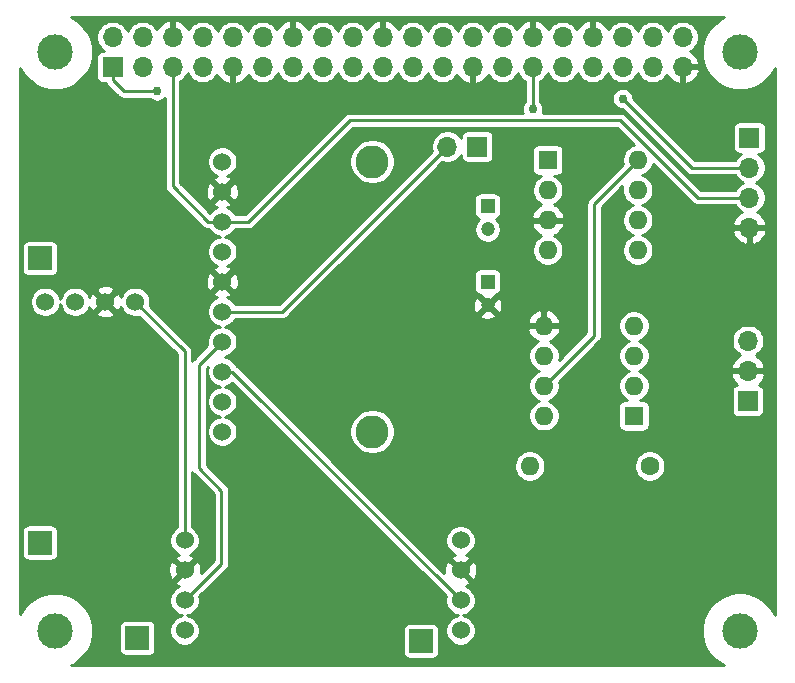
<source format=gbl>
G04 #@! TF.GenerationSoftware,KiCad,Pcbnew,(5.1.6)-1*
G04 #@! TF.CreationDate,2020-08-19T12:53:46-04:00*
G04 #@! TF.ProjectId,pressure-rev2,70726573-7375-4726-952d-726576322e6b,rev?*
G04 #@! TF.SameCoordinates,Original*
G04 #@! TF.FileFunction,Copper,L2,Bot*
G04 #@! TF.FilePolarity,Positive*
%FSLAX46Y46*%
G04 Gerber Fmt 4.6, Leading zero omitted, Abs format (unit mm)*
G04 Created by KiCad (PCBNEW (5.1.6)-1) date 2020-08-19 12:53:46*
%MOMM*%
%LPD*%
G01*
G04 APERTURE LIST*
G04 #@! TA.AperFunction,ComponentPad*
%ADD10C,1.524000*%
G04 #@! TD*
G04 #@! TA.AperFunction,ComponentPad*
%ADD11O,1.600000X1.600000*%
G04 #@! TD*
G04 #@! TA.AperFunction,ComponentPad*
%ADD12R,1.600000X1.600000*%
G04 #@! TD*
G04 #@! TA.AperFunction,ComponentPad*
%ADD13O,1.700000X1.700000*%
G04 #@! TD*
G04 #@! TA.AperFunction,ComponentPad*
%ADD14R,1.700000X1.700000*%
G04 #@! TD*
G04 #@! TA.AperFunction,WasherPad*
%ADD15C,3.000000*%
G04 #@! TD*
G04 #@! TA.AperFunction,ComponentPad*
%ADD16R,2.000000X2.000000*%
G04 #@! TD*
G04 #@! TA.AperFunction,ComponentPad*
%ADD17C,1.600000*%
G04 #@! TD*
G04 #@! TA.AperFunction,ComponentPad*
%ADD18C,1.200000*%
G04 #@! TD*
G04 #@! TA.AperFunction,ComponentPad*
%ADD19R,1.200000X1.200000*%
G04 #@! TD*
G04 #@! TA.AperFunction,ComponentPad*
%ADD20C,2.794000*%
G04 #@! TD*
G04 #@! TA.AperFunction,ViaPad*
%ADD21C,0.750000*%
G04 #@! TD*
G04 #@! TA.AperFunction,Conductor*
%ADD22C,0.250000*%
G04 #@! TD*
G04 #@! TA.AperFunction,Conductor*
%ADD23C,0.254000*%
G04 #@! TD*
G04 APERTURE END LIST*
D10*
X88836500Y-85471000D03*
X86296500Y-85471000D03*
X83756500Y-85471000D03*
X81216500Y-85471000D03*
D11*
X123444000Y-95123000D03*
X131064000Y-87503000D03*
X123444000Y-92583000D03*
X131064000Y-90043000D03*
X123444000Y-90043000D03*
X131064000Y-92583000D03*
X123444000Y-87503000D03*
D12*
X131064000Y-95123000D03*
D13*
X135180000Y-63050000D03*
X135180000Y-65590000D03*
X132640000Y-63050000D03*
X132640000Y-65590000D03*
X130100000Y-63050000D03*
X130100000Y-65590000D03*
X127560000Y-63050000D03*
X127560000Y-65590000D03*
X125020000Y-63050000D03*
X125020000Y-65590000D03*
X122480000Y-63050000D03*
X122480000Y-65590000D03*
X119940000Y-63050000D03*
X119940000Y-65590000D03*
X117400000Y-63050000D03*
X117400000Y-65590000D03*
X114860000Y-63050000D03*
X114860000Y-65590000D03*
X112320000Y-63050000D03*
X112320000Y-65590000D03*
X109780000Y-63050000D03*
X109780000Y-65590000D03*
X107240000Y-63050000D03*
X107240000Y-65590000D03*
X104700000Y-63050000D03*
X104700000Y-65590000D03*
X102160000Y-63050000D03*
X102160000Y-65590000D03*
X99620000Y-63050000D03*
X99620000Y-65590000D03*
X97080000Y-63050000D03*
X97080000Y-65590000D03*
X94540000Y-63050000D03*
X94540000Y-65590000D03*
X92000000Y-63050000D03*
X92000000Y-65590000D03*
X89460000Y-63050000D03*
X89460000Y-65590000D03*
X86920000Y-63050000D03*
D14*
X86920000Y-65590000D03*
D15*
X82040000Y-64310000D03*
X140040000Y-64330000D03*
X82040000Y-113320000D03*
X140030000Y-113310000D03*
D13*
X115252500Y-72326500D03*
D14*
X117792500Y-72326500D03*
D16*
X113030000Y-114173000D03*
X89027000Y-113919000D03*
D11*
X122237500Y-99377500D03*
D17*
X132397500Y-99377500D03*
D13*
X140716000Y-88773000D03*
X140716000Y-91313000D03*
D14*
X140716000Y-93853000D03*
D16*
X80772000Y-105854500D03*
D11*
X131381500Y-73469500D03*
X123761500Y-81089500D03*
X131381500Y-76009500D03*
X123761500Y-78549500D03*
X131381500Y-78549500D03*
X123761500Y-76009500D03*
X131381500Y-81089500D03*
D12*
X123761500Y-73469500D03*
D18*
X118681500Y-79343000D03*
D19*
X118681500Y-77343000D03*
D18*
X118681500Y-85756500D03*
D19*
X118681500Y-83756500D03*
D10*
X96202500Y-73596500D03*
X96202500Y-76136500D03*
X96202500Y-78676500D03*
X96202500Y-81216500D03*
X96202500Y-83756500D03*
X96202500Y-86296500D03*
X96202500Y-88836500D03*
X96202500Y-91376500D03*
X96202500Y-93916500D03*
X96202500Y-96456500D03*
D20*
X108902500Y-73596500D03*
X108902500Y-96456500D03*
D10*
X93027500Y-113284000D03*
X93027500Y-110744000D03*
X93027500Y-108204000D03*
X93027500Y-105664000D03*
X116395500Y-113284000D03*
X116395500Y-110744000D03*
X116395500Y-108204000D03*
X116395500Y-105664000D03*
D14*
X140843000Y-71564500D03*
D13*
X140843000Y-74104500D03*
X140843000Y-76644500D03*
X140843000Y-79184500D03*
D16*
X80772000Y-81788000D03*
D21*
X90741500Y-70421500D03*
X93218000Y-70421500D03*
X122491500Y-69151500D03*
X130111500Y-68262500D03*
X90678000Y-67627500D03*
D22*
X122428000Y-65642000D02*
X122480000Y-65590000D01*
X122480000Y-65590000D02*
X122480000Y-69013000D01*
X122480000Y-69013000D02*
X122491500Y-69024500D01*
X127698500Y-88328500D02*
X127698500Y-77152500D01*
X123444000Y-92583000D02*
X127698500Y-88328500D01*
X127698500Y-77152500D02*
X131381500Y-73469500D01*
X93027500Y-89662000D02*
X88836500Y-85471000D01*
X93027500Y-105664000D02*
X93027500Y-89662000D01*
X140843000Y-74104500D02*
X135978902Y-74104500D01*
X130111500Y-68262500D02*
X131953000Y-70104000D01*
X135953500Y-74104500D02*
X135978902Y-74104500D01*
X130111500Y-68262500D02*
X135953500Y-74104500D01*
X96202500Y-78676500D02*
X94996000Y-78676500D01*
X92000000Y-75680500D02*
X92000000Y-65590000D01*
X94996000Y-78676500D02*
X92000000Y-75680500D01*
X139640919Y-76644500D02*
X140843000Y-76644500D01*
X136489382Y-76644500D02*
X139640919Y-76644500D01*
X131155382Y-71310500D02*
X131254500Y-71437500D01*
X131254500Y-71437500D02*
X136489382Y-76644500D01*
X129921000Y-70104000D02*
X131254500Y-71437500D01*
X106997500Y-70104000D02*
X129921000Y-70104000D01*
X96202500Y-78676500D02*
X98425000Y-78676500D01*
X98425000Y-78676500D02*
X106997500Y-70104000D01*
X87857500Y-67627500D02*
X86920000Y-66690000D01*
X86920000Y-66690000D02*
X86920000Y-65590000D01*
X90678000Y-67627500D02*
X87857500Y-67627500D01*
X97028000Y-91376500D02*
X96202500Y-91376500D01*
X116395500Y-110744000D02*
X97028000Y-91376500D01*
X93027500Y-110744000D02*
X96139000Y-107632500D01*
X96139000Y-107632500D02*
X96139000Y-101473000D01*
X96139000Y-101473000D02*
X94234000Y-99568000D01*
X94234000Y-90805000D02*
X96202500Y-88836500D01*
X94234000Y-99568000D02*
X94234000Y-90805000D01*
X101282500Y-86296500D02*
X96202500Y-86296500D01*
X115252500Y-72326500D02*
X101282500Y-86296500D01*
D23*
G36*
X138511442Y-61470270D02*
G01*
X137982907Y-61823425D01*
X137533425Y-62272907D01*
X137180270Y-62801442D01*
X136937012Y-63388719D01*
X136813000Y-64012168D01*
X136813000Y-64647832D01*
X136937012Y-65271281D01*
X137180270Y-65858558D01*
X137533425Y-66387093D01*
X137982907Y-66836575D01*
X138511442Y-67189730D01*
X139098719Y-67432988D01*
X139722168Y-67557000D01*
X140357832Y-67557000D01*
X140981281Y-67432988D01*
X141568558Y-67189730D01*
X142097093Y-66836575D01*
X142546575Y-66387093D01*
X142899730Y-65858558D01*
X142969357Y-65690464D01*
X142969351Y-111973665D01*
X142889730Y-111781442D01*
X142536575Y-111252907D01*
X142087093Y-110803425D01*
X141558558Y-110450270D01*
X140971281Y-110207012D01*
X140347832Y-110083000D01*
X139712168Y-110083000D01*
X139088719Y-110207012D01*
X138501442Y-110450270D01*
X137972907Y-110803425D01*
X137523425Y-111252907D01*
X137170270Y-111781442D01*
X136927012Y-112368719D01*
X136803000Y-112992168D01*
X136803000Y-113627832D01*
X136927012Y-114251281D01*
X137170270Y-114838558D01*
X137523425Y-115367093D01*
X137972907Y-115816575D01*
X138501442Y-116169730D01*
X138672564Y-116240611D01*
X83421578Y-116240611D01*
X83568558Y-116179730D01*
X84097093Y-115826575D01*
X84546575Y-115377093D01*
X84899730Y-114848558D01*
X85142988Y-114261281D01*
X85267000Y-113637832D01*
X85267000Y-113002168D01*
X85250457Y-112919000D01*
X87497451Y-112919000D01*
X87497451Y-114919000D01*
X87507626Y-115022310D01*
X87537761Y-115121650D01*
X87586696Y-115213202D01*
X87652552Y-115293448D01*
X87732798Y-115359304D01*
X87824350Y-115408239D01*
X87923690Y-115438374D01*
X88027000Y-115448549D01*
X90027000Y-115448549D01*
X90130310Y-115438374D01*
X90229650Y-115408239D01*
X90321202Y-115359304D01*
X90401448Y-115293448D01*
X90467304Y-115213202D01*
X90516239Y-115121650D01*
X90546374Y-115022310D01*
X90556549Y-114919000D01*
X90556549Y-112919000D01*
X90546374Y-112815690D01*
X90516239Y-112716350D01*
X90467304Y-112624798D01*
X90401448Y-112544552D01*
X90321202Y-112478696D01*
X90229650Y-112429761D01*
X90130310Y-112399626D01*
X90027000Y-112389451D01*
X88027000Y-112389451D01*
X87923690Y-112399626D01*
X87824350Y-112429761D01*
X87732798Y-112478696D01*
X87652552Y-112544552D01*
X87586696Y-112624798D01*
X87537761Y-112716350D01*
X87507626Y-112815690D01*
X87497451Y-112919000D01*
X85250457Y-112919000D01*
X85142988Y-112378719D01*
X84899730Y-111791442D01*
X84546575Y-111262907D01*
X84097093Y-110813425D01*
X83568558Y-110460270D01*
X82981281Y-110217012D01*
X82357832Y-110093000D01*
X81722168Y-110093000D01*
X81098719Y-110217012D01*
X80511442Y-110460270D01*
X79982907Y-110813425D01*
X79533425Y-111262907D01*
X79180270Y-111791442D01*
X79123356Y-111928845D01*
X79123356Y-108276017D01*
X91625590Y-108276017D01*
X91666578Y-108548133D01*
X91759864Y-108807023D01*
X91821844Y-108922980D01*
X92061935Y-108989960D01*
X92847895Y-108204000D01*
X92061935Y-107418040D01*
X91821844Y-107485020D01*
X91704744Y-107734048D01*
X91638477Y-108001135D01*
X91625590Y-108276017D01*
X79123356Y-108276017D01*
X79123356Y-104854500D01*
X79242451Y-104854500D01*
X79242451Y-106854500D01*
X79252626Y-106957810D01*
X79282761Y-107057150D01*
X79331696Y-107148702D01*
X79397552Y-107228948D01*
X79477798Y-107294804D01*
X79569350Y-107343739D01*
X79668690Y-107373874D01*
X79772000Y-107384049D01*
X81772000Y-107384049D01*
X81875310Y-107373874D01*
X81974650Y-107343739D01*
X82066202Y-107294804D01*
X82146448Y-107228948D01*
X82212304Y-107148702D01*
X82261239Y-107057150D01*
X82291374Y-106957810D01*
X82301549Y-106854500D01*
X82301549Y-104854500D01*
X82291374Y-104751190D01*
X82261239Y-104651850D01*
X82212304Y-104560298D01*
X82146448Y-104480052D01*
X82066202Y-104414196D01*
X81974650Y-104365261D01*
X81875310Y-104335126D01*
X81772000Y-104324951D01*
X79772000Y-104324951D01*
X79668690Y-104335126D01*
X79569350Y-104365261D01*
X79477798Y-104414196D01*
X79397552Y-104480052D01*
X79331696Y-104560298D01*
X79282761Y-104651850D01*
X79252626Y-104751190D01*
X79242451Y-104854500D01*
X79123356Y-104854500D01*
X79123356Y-85344045D01*
X79927500Y-85344045D01*
X79927500Y-85597955D01*
X79977035Y-85846987D01*
X80074203Y-86081570D01*
X80215268Y-86292690D01*
X80394810Y-86472232D01*
X80605930Y-86613297D01*
X80840513Y-86710465D01*
X81089545Y-86760000D01*
X81343455Y-86760000D01*
X81592487Y-86710465D01*
X81827070Y-86613297D01*
X82038190Y-86472232D01*
X82217732Y-86292690D01*
X82358797Y-86081570D01*
X82455965Y-85846987D01*
X82486500Y-85693476D01*
X82517035Y-85846987D01*
X82614203Y-86081570D01*
X82755268Y-86292690D01*
X82934810Y-86472232D01*
X83145930Y-86613297D01*
X83380513Y-86710465D01*
X83629545Y-86760000D01*
X83883455Y-86760000D01*
X84132487Y-86710465D01*
X84367070Y-86613297D01*
X84578190Y-86472232D01*
X84613857Y-86436565D01*
X85510540Y-86436565D01*
X85577520Y-86676656D01*
X85826548Y-86793756D01*
X86093635Y-86860023D01*
X86368517Y-86872910D01*
X86640633Y-86831922D01*
X86899523Y-86738636D01*
X87015480Y-86676656D01*
X87082460Y-86436565D01*
X86296500Y-85650605D01*
X85510540Y-86436565D01*
X84613857Y-86436565D01*
X84757732Y-86292690D01*
X84898797Y-86081570D01*
X84969809Y-85910132D01*
X85028864Y-86074023D01*
X85090844Y-86189980D01*
X85330935Y-86256960D01*
X86116895Y-85471000D01*
X86476105Y-85471000D01*
X87262065Y-86256960D01*
X87502156Y-86189980D01*
X87619256Y-85940952D01*
X87625512Y-85915737D01*
X87694203Y-86081570D01*
X87835268Y-86292690D01*
X88014810Y-86472232D01*
X88225930Y-86613297D01*
X88460513Y-86710465D01*
X88709545Y-86760000D01*
X88963455Y-86760000D01*
X89163619Y-86720185D01*
X92375501Y-89932068D01*
X92375500Y-104549385D01*
X92205810Y-104662768D01*
X92026268Y-104842310D01*
X91885203Y-105053430D01*
X91788035Y-105288013D01*
X91738500Y-105537045D01*
X91738500Y-105790955D01*
X91788035Y-106039987D01*
X91885203Y-106274570D01*
X92026268Y-106485690D01*
X92205810Y-106665232D01*
X92416930Y-106806297D01*
X92588368Y-106877309D01*
X92424477Y-106936364D01*
X92308520Y-106998344D01*
X92241540Y-107238435D01*
X93027500Y-108024395D01*
X93813460Y-107238435D01*
X93746480Y-106998344D01*
X93497452Y-106881244D01*
X93472237Y-106874988D01*
X93638070Y-106806297D01*
X93849190Y-106665232D01*
X94028732Y-106485690D01*
X94169797Y-106274570D01*
X94266965Y-106039987D01*
X94316500Y-105790955D01*
X94316500Y-105537045D01*
X94266965Y-105288013D01*
X94169797Y-105053430D01*
X94028732Y-104842310D01*
X93849190Y-104662768D01*
X93679500Y-104549385D01*
X93679500Y-99913725D01*
X93689259Y-99931983D01*
X93770736Y-100031264D01*
X93795619Y-100051685D01*
X95487001Y-101743068D01*
X95487000Y-107362432D01*
X94407929Y-108441504D01*
X94416523Y-108406865D01*
X94429410Y-108131983D01*
X94388422Y-107859867D01*
X94295136Y-107600977D01*
X94233156Y-107485020D01*
X93993065Y-107418040D01*
X93207105Y-108204000D01*
X93221248Y-108218143D01*
X93041643Y-108397748D01*
X93027500Y-108383605D01*
X92241540Y-109169565D01*
X92308520Y-109409656D01*
X92557548Y-109526756D01*
X92582763Y-109533012D01*
X92416930Y-109601703D01*
X92205810Y-109742768D01*
X92026268Y-109922310D01*
X91885203Y-110133430D01*
X91788035Y-110368013D01*
X91738500Y-110617045D01*
X91738500Y-110870955D01*
X91788035Y-111119987D01*
X91885203Y-111354570D01*
X92026268Y-111565690D01*
X92205810Y-111745232D01*
X92416930Y-111886297D01*
X92651513Y-111983465D01*
X92805024Y-112014000D01*
X92651513Y-112044535D01*
X92416930Y-112141703D01*
X92205810Y-112282768D01*
X92026268Y-112462310D01*
X91885203Y-112673430D01*
X91788035Y-112908013D01*
X91738500Y-113157045D01*
X91738500Y-113410955D01*
X91788035Y-113659987D01*
X91885203Y-113894570D01*
X92026268Y-114105690D01*
X92205810Y-114285232D01*
X92416930Y-114426297D01*
X92651513Y-114523465D01*
X92900545Y-114573000D01*
X93154455Y-114573000D01*
X93403487Y-114523465D01*
X93638070Y-114426297D01*
X93849190Y-114285232D01*
X94028732Y-114105690D01*
X94169797Y-113894570D01*
X94266965Y-113659987D01*
X94316500Y-113410955D01*
X94316500Y-113173000D01*
X111500451Y-113173000D01*
X111500451Y-115173000D01*
X111510626Y-115276310D01*
X111540761Y-115375650D01*
X111589696Y-115467202D01*
X111655552Y-115547448D01*
X111735798Y-115613304D01*
X111827350Y-115662239D01*
X111926690Y-115692374D01*
X112030000Y-115702549D01*
X114030000Y-115702549D01*
X114133310Y-115692374D01*
X114232650Y-115662239D01*
X114324202Y-115613304D01*
X114404448Y-115547448D01*
X114470304Y-115467202D01*
X114519239Y-115375650D01*
X114549374Y-115276310D01*
X114559549Y-115173000D01*
X114559549Y-113173000D01*
X114549374Y-113069690D01*
X114519239Y-112970350D01*
X114470304Y-112878798D01*
X114404448Y-112798552D01*
X114324202Y-112732696D01*
X114232650Y-112683761D01*
X114133310Y-112653626D01*
X114030000Y-112643451D01*
X112030000Y-112643451D01*
X111926690Y-112653626D01*
X111827350Y-112683761D01*
X111735798Y-112732696D01*
X111655552Y-112798552D01*
X111589696Y-112878798D01*
X111540761Y-112970350D01*
X111510626Y-113069690D01*
X111500451Y-113173000D01*
X94316500Y-113173000D01*
X94316500Y-113157045D01*
X94266965Y-112908013D01*
X94169797Y-112673430D01*
X94028732Y-112462310D01*
X93849190Y-112282768D01*
X93638070Y-112141703D01*
X93403487Y-112044535D01*
X93249976Y-112014000D01*
X93403487Y-111983465D01*
X93638070Y-111886297D01*
X93849190Y-111745232D01*
X94028732Y-111565690D01*
X94169797Y-111354570D01*
X94266965Y-111119987D01*
X94316500Y-110870955D01*
X94316500Y-110617045D01*
X94276685Y-110416881D01*
X96577393Y-108116175D01*
X96602264Y-108095764D01*
X96683741Y-107996484D01*
X96744283Y-107883217D01*
X96781565Y-107760314D01*
X96791000Y-107664522D01*
X96791000Y-107664515D01*
X96794153Y-107632501D01*
X96791000Y-107600486D01*
X96791000Y-101505022D01*
X96794154Y-101473000D01*
X96781565Y-101345185D01*
X96744283Y-101222284D01*
X96744283Y-101222283D01*
X96683741Y-101109016D01*
X96602264Y-101009736D01*
X96577387Y-100989320D01*
X94886000Y-99297934D01*
X94886000Y-91075066D01*
X94964790Y-90996276D01*
X94963035Y-91000513D01*
X94913500Y-91249545D01*
X94913500Y-91503455D01*
X94963035Y-91752487D01*
X95060203Y-91987070D01*
X95201268Y-92198190D01*
X95380810Y-92377732D01*
X95591930Y-92518797D01*
X95826513Y-92615965D01*
X95980024Y-92646500D01*
X95826513Y-92677035D01*
X95591930Y-92774203D01*
X95380810Y-92915268D01*
X95201268Y-93094810D01*
X95060203Y-93305930D01*
X94963035Y-93540513D01*
X94913500Y-93789545D01*
X94913500Y-94043455D01*
X94963035Y-94292487D01*
X95060203Y-94527070D01*
X95201268Y-94738190D01*
X95380810Y-94917732D01*
X95591930Y-95058797D01*
X95826513Y-95155965D01*
X95980024Y-95186500D01*
X95826513Y-95217035D01*
X95591930Y-95314203D01*
X95380810Y-95455268D01*
X95201268Y-95634810D01*
X95060203Y-95845930D01*
X94963035Y-96080513D01*
X94913500Y-96329545D01*
X94913500Y-96583455D01*
X94963035Y-96832487D01*
X95060203Y-97067070D01*
X95201268Y-97278190D01*
X95380810Y-97457732D01*
X95591930Y-97598797D01*
X95826513Y-97695965D01*
X96075545Y-97745500D01*
X96329455Y-97745500D01*
X96578487Y-97695965D01*
X96813070Y-97598797D01*
X97024190Y-97457732D01*
X97203732Y-97278190D01*
X97344797Y-97067070D01*
X97441965Y-96832487D01*
X97491500Y-96583455D01*
X97491500Y-96329545D01*
X97441965Y-96080513D01*
X97344797Y-95845930D01*
X97203732Y-95634810D01*
X97024190Y-95455268D01*
X96813070Y-95314203D01*
X96578487Y-95217035D01*
X96424976Y-95186500D01*
X96578487Y-95155965D01*
X96813070Y-95058797D01*
X97024190Y-94917732D01*
X97203732Y-94738190D01*
X97344797Y-94527070D01*
X97441965Y-94292487D01*
X97491500Y-94043455D01*
X97491500Y-93789545D01*
X97441965Y-93540513D01*
X97344797Y-93305930D01*
X97203732Y-93094810D01*
X97024190Y-92915268D01*
X96813070Y-92774203D01*
X96578487Y-92677035D01*
X96424976Y-92646500D01*
X96578487Y-92615965D01*
X96813070Y-92518797D01*
X97024190Y-92377732D01*
X97065678Y-92336244D01*
X115146315Y-110416882D01*
X115106500Y-110617045D01*
X115106500Y-110870955D01*
X115156035Y-111119987D01*
X115253203Y-111354570D01*
X115394268Y-111565690D01*
X115573810Y-111745232D01*
X115784930Y-111886297D01*
X116019513Y-111983465D01*
X116173024Y-112014000D01*
X116019513Y-112044535D01*
X115784930Y-112141703D01*
X115573810Y-112282768D01*
X115394268Y-112462310D01*
X115253203Y-112673430D01*
X115156035Y-112908013D01*
X115106500Y-113157045D01*
X115106500Y-113410955D01*
X115156035Y-113659987D01*
X115253203Y-113894570D01*
X115394268Y-114105690D01*
X115573810Y-114285232D01*
X115784930Y-114426297D01*
X116019513Y-114523465D01*
X116268545Y-114573000D01*
X116522455Y-114573000D01*
X116771487Y-114523465D01*
X117006070Y-114426297D01*
X117217190Y-114285232D01*
X117396732Y-114105690D01*
X117537797Y-113894570D01*
X117634965Y-113659987D01*
X117684500Y-113410955D01*
X117684500Y-113157045D01*
X117634965Y-112908013D01*
X117537797Y-112673430D01*
X117396732Y-112462310D01*
X117217190Y-112282768D01*
X117006070Y-112141703D01*
X116771487Y-112044535D01*
X116617976Y-112014000D01*
X116771487Y-111983465D01*
X117006070Y-111886297D01*
X117217190Y-111745232D01*
X117396732Y-111565690D01*
X117537797Y-111354570D01*
X117634965Y-111119987D01*
X117684500Y-110870955D01*
X117684500Y-110617045D01*
X117634965Y-110368013D01*
X117537797Y-110133430D01*
X117396732Y-109922310D01*
X117217190Y-109742768D01*
X117006070Y-109601703D01*
X116834632Y-109530691D01*
X116998523Y-109471636D01*
X117114480Y-109409656D01*
X117181460Y-109169565D01*
X116395500Y-108383605D01*
X116381358Y-108397748D01*
X116201753Y-108218143D01*
X116215895Y-108204000D01*
X116575105Y-108204000D01*
X117361065Y-108989960D01*
X117601156Y-108922980D01*
X117718256Y-108673952D01*
X117784523Y-108406865D01*
X117797410Y-108131983D01*
X117756422Y-107859867D01*
X117663136Y-107600977D01*
X117601156Y-107485020D01*
X117361065Y-107418040D01*
X116575105Y-108204000D01*
X116215895Y-108204000D01*
X115429935Y-107418040D01*
X115189844Y-107485020D01*
X115072744Y-107734048D01*
X115006477Y-108001135D01*
X114993590Y-108276017D01*
X115019128Y-108445561D01*
X112110612Y-105537045D01*
X115106500Y-105537045D01*
X115106500Y-105790955D01*
X115156035Y-106039987D01*
X115253203Y-106274570D01*
X115394268Y-106485690D01*
X115573810Y-106665232D01*
X115784930Y-106806297D01*
X115956368Y-106877309D01*
X115792477Y-106936364D01*
X115676520Y-106998344D01*
X115609540Y-107238435D01*
X116395500Y-108024395D01*
X117181460Y-107238435D01*
X117114480Y-106998344D01*
X116865452Y-106881244D01*
X116840237Y-106874988D01*
X117006070Y-106806297D01*
X117217190Y-106665232D01*
X117396732Y-106485690D01*
X117537797Y-106274570D01*
X117634965Y-106039987D01*
X117684500Y-105790955D01*
X117684500Y-105537045D01*
X117634965Y-105288013D01*
X117537797Y-105053430D01*
X117396732Y-104842310D01*
X117217190Y-104662768D01*
X117006070Y-104521703D01*
X116771487Y-104424535D01*
X116522455Y-104375000D01*
X116268545Y-104375000D01*
X116019513Y-104424535D01*
X115784930Y-104521703D01*
X115573810Y-104662768D01*
X115394268Y-104842310D01*
X115253203Y-105053430D01*
X115156035Y-105288013D01*
X115106500Y-105537045D01*
X112110612Y-105537045D01*
X105820369Y-99246802D01*
X120910500Y-99246802D01*
X120910500Y-99508198D01*
X120961496Y-99764572D01*
X121061528Y-100006070D01*
X121206752Y-100223413D01*
X121391587Y-100408248D01*
X121608930Y-100553472D01*
X121850428Y-100653504D01*
X122106802Y-100704500D01*
X122368198Y-100704500D01*
X122624572Y-100653504D01*
X122866070Y-100553472D01*
X123083413Y-100408248D01*
X123268248Y-100223413D01*
X123413472Y-100006070D01*
X123513504Y-99764572D01*
X123564500Y-99508198D01*
X123564500Y-99246802D01*
X131070500Y-99246802D01*
X131070500Y-99508198D01*
X131121496Y-99764572D01*
X131221528Y-100006070D01*
X131366752Y-100223413D01*
X131551587Y-100408248D01*
X131768930Y-100553472D01*
X132010428Y-100653504D01*
X132266802Y-100704500D01*
X132528198Y-100704500D01*
X132784572Y-100653504D01*
X133026070Y-100553472D01*
X133243413Y-100408248D01*
X133428248Y-100223413D01*
X133573472Y-100006070D01*
X133673504Y-99764572D01*
X133724500Y-99508198D01*
X133724500Y-99246802D01*
X133673504Y-98990428D01*
X133573472Y-98748930D01*
X133428248Y-98531587D01*
X133243413Y-98346752D01*
X133026070Y-98201528D01*
X132784572Y-98101496D01*
X132528198Y-98050500D01*
X132266802Y-98050500D01*
X132010428Y-98101496D01*
X131768930Y-98201528D01*
X131551587Y-98346752D01*
X131366752Y-98531587D01*
X131221528Y-98748930D01*
X131121496Y-98990428D01*
X131070500Y-99246802D01*
X123564500Y-99246802D01*
X123513504Y-98990428D01*
X123413472Y-98748930D01*
X123268248Y-98531587D01*
X123083413Y-98346752D01*
X122866070Y-98201528D01*
X122624572Y-98101496D01*
X122368198Y-98050500D01*
X122106802Y-98050500D01*
X121850428Y-98101496D01*
X121608930Y-98201528D01*
X121391587Y-98346752D01*
X121206752Y-98531587D01*
X121061528Y-98748930D01*
X120961496Y-98990428D01*
X120910500Y-99246802D01*
X105820369Y-99246802D01*
X102840570Y-96267003D01*
X106978500Y-96267003D01*
X106978500Y-96645997D01*
X107052439Y-97017710D01*
X107197474Y-97367856D01*
X107408032Y-97682978D01*
X107676022Y-97950968D01*
X107991144Y-98161526D01*
X108341290Y-98306561D01*
X108713003Y-98380500D01*
X109091997Y-98380500D01*
X109463710Y-98306561D01*
X109813856Y-98161526D01*
X110128978Y-97950968D01*
X110396968Y-97682978D01*
X110607526Y-97367856D01*
X110752561Y-97017710D01*
X110826500Y-96645997D01*
X110826500Y-96267003D01*
X110752561Y-95895290D01*
X110607526Y-95545144D01*
X110396968Y-95230022D01*
X110128978Y-94962032D01*
X109813856Y-94751474D01*
X109463710Y-94606439D01*
X109091997Y-94532500D01*
X108713003Y-94532500D01*
X108341290Y-94606439D01*
X107991144Y-94751474D01*
X107676022Y-94962032D01*
X107408032Y-95230022D01*
X107197474Y-95545144D01*
X107052439Y-95895290D01*
X106978500Y-96267003D01*
X102840570Y-96267003D01*
X97511685Y-90938119D01*
X97491264Y-90913236D01*
X97391984Y-90831759D01*
X97366400Y-90818084D01*
X97344797Y-90765930D01*
X97203732Y-90554810D01*
X97024190Y-90375268D01*
X96813070Y-90234203D01*
X96578487Y-90137035D01*
X96424976Y-90106500D01*
X96578487Y-90075965D01*
X96813070Y-89978797D01*
X97024190Y-89837732D01*
X97203732Y-89658190D01*
X97344797Y-89447070D01*
X97441965Y-89212487D01*
X97491500Y-88963455D01*
X97491500Y-88709545D01*
X97441965Y-88460513D01*
X97344797Y-88225930D01*
X97203732Y-88014810D01*
X97024190Y-87835268D01*
X96813070Y-87694203D01*
X96578487Y-87597035D01*
X96424976Y-87566500D01*
X96578487Y-87535965D01*
X96813070Y-87438797D01*
X97024190Y-87297732D01*
X97167961Y-87153961D01*
X122052096Y-87153961D01*
X122174085Y-87376000D01*
X123317000Y-87376000D01*
X123317000Y-86232376D01*
X123571000Y-86232376D01*
X123571000Y-87376000D01*
X124713915Y-87376000D01*
X124835904Y-87153961D01*
X124795246Y-87019913D01*
X124675037Y-86765580D01*
X124507519Y-86539586D01*
X124299131Y-86350615D01*
X124057881Y-86205930D01*
X123793040Y-86111091D01*
X123571000Y-86232376D01*
X123317000Y-86232376D01*
X123094960Y-86111091D01*
X122830119Y-86205930D01*
X122588869Y-86350615D01*
X122380481Y-86539586D01*
X122212963Y-86765580D01*
X122092754Y-87019913D01*
X122052096Y-87153961D01*
X97167961Y-87153961D01*
X97203732Y-87118190D01*
X97317115Y-86948500D01*
X101250478Y-86948500D01*
X101282500Y-86951654D01*
X101314522Y-86948500D01*
X101410314Y-86939065D01*
X101533217Y-86901783D01*
X101646484Y-86841241D01*
X101745764Y-86759764D01*
X101766185Y-86734881D01*
X101894802Y-86606264D01*
X118011341Y-86606264D01*
X118058648Y-86829848D01*
X118280016Y-86930737D01*
X118516813Y-86986500D01*
X118759938Y-86994995D01*
X119000049Y-86955895D01*
X119227918Y-86870702D01*
X119304352Y-86829848D01*
X119351659Y-86606264D01*
X118681500Y-85936105D01*
X118011341Y-86606264D01*
X101894802Y-86606264D01*
X102666128Y-85834938D01*
X117443005Y-85834938D01*
X117482105Y-86075049D01*
X117567298Y-86302918D01*
X117608152Y-86379352D01*
X117831736Y-86426659D01*
X118501895Y-85756500D01*
X118861105Y-85756500D01*
X119531264Y-86426659D01*
X119754848Y-86379352D01*
X119855737Y-86157984D01*
X119911500Y-85921187D01*
X119919995Y-85678062D01*
X119880895Y-85437951D01*
X119795702Y-85210082D01*
X119754848Y-85133648D01*
X119531264Y-85086341D01*
X118861105Y-85756500D01*
X118501895Y-85756500D01*
X117831736Y-85086341D01*
X117608152Y-85133648D01*
X117507263Y-85355016D01*
X117451500Y-85591813D01*
X117443005Y-85834938D01*
X102666128Y-85834938D01*
X105344566Y-83156500D01*
X117551951Y-83156500D01*
X117551951Y-84356500D01*
X117562126Y-84459810D01*
X117592261Y-84559150D01*
X117641196Y-84650702D01*
X117707052Y-84730948D01*
X117787298Y-84796804D01*
X117878850Y-84845739D01*
X117978190Y-84875874D01*
X118017061Y-84879702D01*
X118011341Y-84906736D01*
X118681500Y-85576895D01*
X119351659Y-84906736D01*
X119345939Y-84879702D01*
X119384810Y-84875874D01*
X119484150Y-84845739D01*
X119575702Y-84796804D01*
X119655948Y-84730948D01*
X119721804Y-84650702D01*
X119770739Y-84559150D01*
X119800874Y-84459810D01*
X119811049Y-84356500D01*
X119811049Y-83156500D01*
X119800874Y-83053190D01*
X119770739Y-82953850D01*
X119721804Y-82862298D01*
X119655948Y-82782052D01*
X119575702Y-82716196D01*
X119484150Y-82667261D01*
X119384810Y-82637126D01*
X119281500Y-82626951D01*
X118081500Y-82626951D01*
X117978190Y-82637126D01*
X117878850Y-82667261D01*
X117787298Y-82716196D01*
X117707052Y-82782052D01*
X117641196Y-82862298D01*
X117592261Y-82953850D01*
X117562126Y-83053190D01*
X117551951Y-83156500D01*
X105344566Y-83156500D01*
X111758066Y-76743000D01*
X117551951Y-76743000D01*
X117551951Y-77943000D01*
X117562126Y-78046310D01*
X117592261Y-78145650D01*
X117641196Y-78237202D01*
X117707052Y-78317448D01*
X117787298Y-78383304D01*
X117878850Y-78432239D01*
X117973179Y-78460854D01*
X117963079Y-78467602D01*
X117806102Y-78624579D01*
X117682766Y-78809165D01*
X117597810Y-79014266D01*
X117554500Y-79232000D01*
X117554500Y-79454000D01*
X117597810Y-79671734D01*
X117682766Y-79876835D01*
X117806102Y-80061421D01*
X117963079Y-80218398D01*
X118147665Y-80341734D01*
X118352766Y-80426690D01*
X118570500Y-80470000D01*
X118792500Y-80470000D01*
X119010234Y-80426690D01*
X119215335Y-80341734D01*
X119399921Y-80218398D01*
X119556898Y-80061421D01*
X119680234Y-79876835D01*
X119765190Y-79671734D01*
X119808500Y-79454000D01*
X119808500Y-79232000D01*
X119765190Y-79014266D01*
X119717255Y-78898539D01*
X122369596Y-78898539D01*
X122410254Y-79032587D01*
X122530463Y-79286920D01*
X122697981Y-79512914D01*
X122906369Y-79701885D01*
X123147619Y-79846570D01*
X123226439Y-79874795D01*
X123132930Y-79913528D01*
X122915587Y-80058752D01*
X122730752Y-80243587D01*
X122585528Y-80460930D01*
X122485496Y-80702428D01*
X122434500Y-80958802D01*
X122434500Y-81220198D01*
X122485496Y-81476572D01*
X122585528Y-81718070D01*
X122730752Y-81935413D01*
X122915587Y-82120248D01*
X123132930Y-82265472D01*
X123374428Y-82365504D01*
X123630802Y-82416500D01*
X123892198Y-82416500D01*
X124148572Y-82365504D01*
X124390070Y-82265472D01*
X124607413Y-82120248D01*
X124792248Y-81935413D01*
X124937472Y-81718070D01*
X125037504Y-81476572D01*
X125088500Y-81220198D01*
X125088500Y-80958802D01*
X125037504Y-80702428D01*
X124937472Y-80460930D01*
X124792248Y-80243587D01*
X124607413Y-80058752D01*
X124390070Y-79913528D01*
X124296561Y-79874795D01*
X124375381Y-79846570D01*
X124616631Y-79701885D01*
X124825019Y-79512914D01*
X124992537Y-79286920D01*
X125112746Y-79032587D01*
X125153404Y-78898539D01*
X125031415Y-78676500D01*
X123888500Y-78676500D01*
X123888500Y-78696500D01*
X123634500Y-78696500D01*
X123634500Y-78676500D01*
X122491585Y-78676500D01*
X122369596Y-78898539D01*
X119717255Y-78898539D01*
X119680234Y-78809165D01*
X119556898Y-78624579D01*
X119399921Y-78467602D01*
X119389821Y-78460854D01*
X119484150Y-78432239D01*
X119575702Y-78383304D01*
X119655948Y-78317448D01*
X119721804Y-78237202D01*
X119741442Y-78200461D01*
X122369596Y-78200461D01*
X122491585Y-78422500D01*
X123634500Y-78422500D01*
X123634500Y-78402500D01*
X123888500Y-78402500D01*
X123888500Y-78422500D01*
X125031415Y-78422500D01*
X125153404Y-78200461D01*
X125112746Y-78066413D01*
X124992537Y-77812080D01*
X124825019Y-77586086D01*
X124616631Y-77397115D01*
X124375381Y-77252430D01*
X124296561Y-77224205D01*
X124390070Y-77185472D01*
X124607413Y-77040248D01*
X124792248Y-76855413D01*
X124937472Y-76638070D01*
X125037504Y-76396572D01*
X125088500Y-76140198D01*
X125088500Y-75878802D01*
X125037504Y-75622428D01*
X124937472Y-75380930D01*
X124792248Y-75163587D01*
X124607413Y-74978752D01*
X124390070Y-74833528D01*
X124306831Y-74799049D01*
X124561500Y-74799049D01*
X124664810Y-74788874D01*
X124764150Y-74758739D01*
X124855702Y-74709804D01*
X124935948Y-74643948D01*
X125001804Y-74563702D01*
X125050739Y-74472150D01*
X125080874Y-74372810D01*
X125091049Y-74269500D01*
X125091049Y-72669500D01*
X125080874Y-72566190D01*
X125050739Y-72466850D01*
X125001804Y-72375298D01*
X124935948Y-72295052D01*
X124855702Y-72229196D01*
X124764150Y-72180261D01*
X124664810Y-72150126D01*
X124561500Y-72139951D01*
X122961500Y-72139951D01*
X122858190Y-72150126D01*
X122758850Y-72180261D01*
X122667298Y-72229196D01*
X122587052Y-72295052D01*
X122521196Y-72375298D01*
X122472261Y-72466850D01*
X122442126Y-72566190D01*
X122431951Y-72669500D01*
X122431951Y-74269500D01*
X122442126Y-74372810D01*
X122472261Y-74472150D01*
X122521196Y-74563702D01*
X122587052Y-74643948D01*
X122667298Y-74709804D01*
X122758850Y-74758739D01*
X122858190Y-74788874D01*
X122961500Y-74799049D01*
X123216169Y-74799049D01*
X123132930Y-74833528D01*
X122915587Y-74978752D01*
X122730752Y-75163587D01*
X122585528Y-75380930D01*
X122485496Y-75622428D01*
X122434500Y-75878802D01*
X122434500Y-76140198D01*
X122485496Y-76396572D01*
X122585528Y-76638070D01*
X122730752Y-76855413D01*
X122915587Y-77040248D01*
X123132930Y-77185472D01*
X123226439Y-77224205D01*
X123147619Y-77252430D01*
X122906369Y-77397115D01*
X122697981Y-77586086D01*
X122530463Y-77812080D01*
X122410254Y-78066413D01*
X122369596Y-78200461D01*
X119741442Y-78200461D01*
X119770739Y-78145650D01*
X119800874Y-78046310D01*
X119811049Y-77943000D01*
X119811049Y-76743000D01*
X119800874Y-76639690D01*
X119770739Y-76540350D01*
X119721804Y-76448798D01*
X119655948Y-76368552D01*
X119575702Y-76302696D01*
X119484150Y-76253761D01*
X119384810Y-76223626D01*
X119281500Y-76213451D01*
X118081500Y-76213451D01*
X117978190Y-76223626D01*
X117878850Y-76253761D01*
X117787298Y-76302696D01*
X117707052Y-76368552D01*
X117641196Y-76448798D01*
X117592261Y-76540350D01*
X117562126Y-76639690D01*
X117551951Y-76743000D01*
X111758066Y-76743000D01*
X114850589Y-73650478D01*
X114850844Y-73650583D01*
X115116877Y-73703500D01*
X115388123Y-73703500D01*
X115654156Y-73650583D01*
X115904754Y-73546782D01*
X116130287Y-73396086D01*
X116322086Y-73204287D01*
X116412951Y-73068298D01*
X116412951Y-73176500D01*
X116423126Y-73279810D01*
X116453261Y-73379150D01*
X116502196Y-73470702D01*
X116568052Y-73550948D01*
X116648298Y-73616804D01*
X116739850Y-73665739D01*
X116839190Y-73695874D01*
X116942500Y-73706049D01*
X118642500Y-73706049D01*
X118745810Y-73695874D01*
X118845150Y-73665739D01*
X118936702Y-73616804D01*
X119016948Y-73550948D01*
X119082804Y-73470702D01*
X119131739Y-73379150D01*
X119161874Y-73279810D01*
X119172049Y-73176500D01*
X119172049Y-71476500D01*
X119161874Y-71373190D01*
X119131739Y-71273850D01*
X119082804Y-71182298D01*
X119016948Y-71102052D01*
X118936702Y-71036196D01*
X118845150Y-70987261D01*
X118745810Y-70957126D01*
X118642500Y-70946951D01*
X116942500Y-70946951D01*
X116839190Y-70957126D01*
X116739850Y-70987261D01*
X116648298Y-71036196D01*
X116568052Y-71102052D01*
X116502196Y-71182298D01*
X116453261Y-71273850D01*
X116423126Y-71373190D01*
X116412951Y-71476500D01*
X116412951Y-71584702D01*
X116322086Y-71448713D01*
X116130287Y-71256914D01*
X115904754Y-71106218D01*
X115654156Y-71002417D01*
X115388123Y-70949500D01*
X115116877Y-70949500D01*
X114850844Y-71002417D01*
X114600246Y-71106218D01*
X114374713Y-71256914D01*
X114182914Y-71448713D01*
X114032218Y-71674246D01*
X113928417Y-71924844D01*
X113875500Y-72190877D01*
X113875500Y-72462123D01*
X113928417Y-72728156D01*
X113928522Y-72728411D01*
X101012434Y-85644500D01*
X97317115Y-85644500D01*
X97203732Y-85474810D01*
X97024190Y-85295268D01*
X96813070Y-85154203D01*
X96641632Y-85083191D01*
X96805523Y-85024136D01*
X96921480Y-84962156D01*
X96988460Y-84722065D01*
X96202500Y-83936105D01*
X95416540Y-84722065D01*
X95483520Y-84962156D01*
X95732548Y-85079256D01*
X95757763Y-85085512D01*
X95591930Y-85154203D01*
X95380810Y-85295268D01*
X95201268Y-85474810D01*
X95060203Y-85685930D01*
X94963035Y-85920513D01*
X94913500Y-86169545D01*
X94913500Y-86423455D01*
X94963035Y-86672487D01*
X95060203Y-86907070D01*
X95201268Y-87118190D01*
X95380810Y-87297732D01*
X95591930Y-87438797D01*
X95826513Y-87535965D01*
X95980024Y-87566500D01*
X95826513Y-87597035D01*
X95591930Y-87694203D01*
X95380810Y-87835268D01*
X95201268Y-88014810D01*
X95060203Y-88225930D01*
X94963035Y-88460513D01*
X94913500Y-88709545D01*
X94913500Y-88963455D01*
X94953315Y-89163619D01*
X93795614Y-90321320D01*
X93770737Y-90341736D01*
X93689260Y-90441016D01*
X93679500Y-90459276D01*
X93679500Y-89694021D01*
X93682654Y-89661999D01*
X93670065Y-89534185D01*
X93632783Y-89411283D01*
X93572241Y-89298016D01*
X93490764Y-89198736D01*
X93465887Y-89178320D01*
X90085685Y-85798119D01*
X90125500Y-85597955D01*
X90125500Y-85344045D01*
X90075965Y-85095013D01*
X89978797Y-84860430D01*
X89837732Y-84649310D01*
X89658190Y-84469768D01*
X89447070Y-84328703D01*
X89212487Y-84231535D01*
X88963455Y-84182000D01*
X88709545Y-84182000D01*
X88460513Y-84231535D01*
X88225930Y-84328703D01*
X88014810Y-84469768D01*
X87835268Y-84649310D01*
X87694203Y-84860430D01*
X87623191Y-85031868D01*
X87564136Y-84867977D01*
X87502156Y-84752020D01*
X87262065Y-84685040D01*
X86476105Y-85471000D01*
X86116895Y-85471000D01*
X85330935Y-84685040D01*
X85090844Y-84752020D01*
X84973744Y-85001048D01*
X84967488Y-85026263D01*
X84898797Y-84860430D01*
X84757732Y-84649310D01*
X84613857Y-84505435D01*
X85510540Y-84505435D01*
X86296500Y-85291395D01*
X87082460Y-84505435D01*
X87015480Y-84265344D01*
X86766452Y-84148244D01*
X86499365Y-84081977D01*
X86224483Y-84069090D01*
X85952367Y-84110078D01*
X85693477Y-84203364D01*
X85577520Y-84265344D01*
X85510540Y-84505435D01*
X84613857Y-84505435D01*
X84578190Y-84469768D01*
X84367070Y-84328703D01*
X84132487Y-84231535D01*
X83883455Y-84182000D01*
X83629545Y-84182000D01*
X83380513Y-84231535D01*
X83145930Y-84328703D01*
X82934810Y-84469768D01*
X82755268Y-84649310D01*
X82614203Y-84860430D01*
X82517035Y-85095013D01*
X82486500Y-85248524D01*
X82455965Y-85095013D01*
X82358797Y-84860430D01*
X82217732Y-84649310D01*
X82038190Y-84469768D01*
X81827070Y-84328703D01*
X81592487Y-84231535D01*
X81343455Y-84182000D01*
X81089545Y-84182000D01*
X80840513Y-84231535D01*
X80605930Y-84328703D01*
X80394810Y-84469768D01*
X80215268Y-84649310D01*
X80074203Y-84860430D01*
X79977035Y-85095013D01*
X79927500Y-85344045D01*
X79123356Y-85344045D01*
X79123356Y-83828517D01*
X94800590Y-83828517D01*
X94841578Y-84100633D01*
X94934864Y-84359523D01*
X94996844Y-84475480D01*
X95236935Y-84542460D01*
X96022895Y-83756500D01*
X96382105Y-83756500D01*
X97168065Y-84542460D01*
X97408156Y-84475480D01*
X97525256Y-84226452D01*
X97591523Y-83959365D01*
X97604410Y-83684483D01*
X97563422Y-83412367D01*
X97470136Y-83153477D01*
X97408156Y-83037520D01*
X97168065Y-82970540D01*
X96382105Y-83756500D01*
X96022895Y-83756500D01*
X95236935Y-82970540D01*
X94996844Y-83037520D01*
X94879744Y-83286548D01*
X94813477Y-83553635D01*
X94800590Y-83828517D01*
X79123356Y-83828517D01*
X79123356Y-80788000D01*
X79242451Y-80788000D01*
X79242451Y-82788000D01*
X79252626Y-82891310D01*
X79282761Y-82990650D01*
X79331696Y-83082202D01*
X79397552Y-83162448D01*
X79477798Y-83228304D01*
X79569350Y-83277239D01*
X79668690Y-83307374D01*
X79772000Y-83317549D01*
X81772000Y-83317549D01*
X81875310Y-83307374D01*
X81974650Y-83277239D01*
X82066202Y-83228304D01*
X82146448Y-83162448D01*
X82212304Y-83082202D01*
X82261239Y-82990650D01*
X82291374Y-82891310D01*
X82301549Y-82788000D01*
X82301549Y-80788000D01*
X82291374Y-80684690D01*
X82261239Y-80585350D01*
X82212304Y-80493798D01*
X82146448Y-80413552D01*
X82066202Y-80347696D01*
X81974650Y-80298761D01*
X81875310Y-80268626D01*
X81772000Y-80258451D01*
X79772000Y-80258451D01*
X79668690Y-80268626D01*
X79569350Y-80298761D01*
X79477798Y-80347696D01*
X79397552Y-80413552D01*
X79331696Y-80493798D01*
X79282761Y-80585350D01*
X79252626Y-80684690D01*
X79242451Y-80788000D01*
X79123356Y-80788000D01*
X79123356Y-65701155D01*
X79180270Y-65838558D01*
X79533425Y-66367093D01*
X79982907Y-66816575D01*
X80511442Y-67169730D01*
X81098719Y-67412988D01*
X81722168Y-67537000D01*
X82357832Y-67537000D01*
X82981281Y-67412988D01*
X83568558Y-67169730D01*
X84097093Y-66816575D01*
X84546575Y-66367093D01*
X84899730Y-65838558D01*
X85142988Y-65251281D01*
X85244688Y-64740000D01*
X85540451Y-64740000D01*
X85540451Y-66440000D01*
X85550626Y-66543310D01*
X85580761Y-66642650D01*
X85629696Y-66734202D01*
X85695552Y-66814448D01*
X85775798Y-66880304D01*
X85867350Y-66929239D01*
X85966690Y-66959374D01*
X86070000Y-66969549D01*
X86330128Y-66969549D01*
X86375259Y-67053983D01*
X86456736Y-67153264D01*
X86481618Y-67173685D01*
X87373820Y-68065887D01*
X87394236Y-68090764D01*
X87493516Y-68172241D01*
X87606783Y-68232783D01*
X87729685Y-68270065D01*
X87857499Y-68282654D01*
X87889521Y-68279500D01*
X90054380Y-68279500D01*
X90103009Y-68328129D01*
X90250743Y-68426842D01*
X90414896Y-68494836D01*
X90589161Y-68529500D01*
X90766839Y-68529500D01*
X90941104Y-68494836D01*
X91105257Y-68426842D01*
X91252991Y-68328129D01*
X91348001Y-68233119D01*
X91348000Y-75648478D01*
X91344846Y-75680500D01*
X91348000Y-75712521D01*
X91357435Y-75808313D01*
X91394717Y-75931216D01*
X91455259Y-76044483D01*
X91536736Y-76143764D01*
X91561619Y-76164185D01*
X94512320Y-79114887D01*
X94532736Y-79139764D01*
X94632016Y-79221241D01*
X94745283Y-79281783D01*
X94806735Y-79300424D01*
X94868185Y-79319065D01*
X94996000Y-79331654D01*
X95028022Y-79328500D01*
X95087885Y-79328500D01*
X95201268Y-79498190D01*
X95380810Y-79677732D01*
X95591930Y-79818797D01*
X95826513Y-79915965D01*
X95980024Y-79946500D01*
X95826513Y-79977035D01*
X95591930Y-80074203D01*
X95380810Y-80215268D01*
X95201268Y-80394810D01*
X95060203Y-80605930D01*
X94963035Y-80840513D01*
X94913500Y-81089545D01*
X94913500Y-81343455D01*
X94963035Y-81592487D01*
X95060203Y-81827070D01*
X95201268Y-82038190D01*
X95380810Y-82217732D01*
X95591930Y-82358797D01*
X95763368Y-82429809D01*
X95599477Y-82488864D01*
X95483520Y-82550844D01*
X95416540Y-82790935D01*
X96202500Y-83576895D01*
X96988460Y-82790935D01*
X96921480Y-82550844D01*
X96672452Y-82433744D01*
X96647237Y-82427488D01*
X96813070Y-82358797D01*
X97024190Y-82217732D01*
X97203732Y-82038190D01*
X97344797Y-81827070D01*
X97441965Y-81592487D01*
X97491500Y-81343455D01*
X97491500Y-81089545D01*
X97441965Y-80840513D01*
X97344797Y-80605930D01*
X97203732Y-80394810D01*
X97024190Y-80215268D01*
X96813070Y-80074203D01*
X96578487Y-79977035D01*
X96424976Y-79946500D01*
X96578487Y-79915965D01*
X96813070Y-79818797D01*
X97024190Y-79677732D01*
X97203732Y-79498190D01*
X97317115Y-79328500D01*
X98392978Y-79328500D01*
X98425000Y-79331654D01*
X98457022Y-79328500D01*
X98552814Y-79319065D01*
X98675717Y-79281783D01*
X98788984Y-79221241D01*
X98888264Y-79139764D01*
X98908685Y-79114881D01*
X104616563Y-73407003D01*
X106978500Y-73407003D01*
X106978500Y-73785997D01*
X107052439Y-74157710D01*
X107197474Y-74507856D01*
X107408032Y-74822978D01*
X107676022Y-75090968D01*
X107991144Y-75301526D01*
X108341290Y-75446561D01*
X108713003Y-75520500D01*
X109091997Y-75520500D01*
X109463710Y-75446561D01*
X109813856Y-75301526D01*
X110128978Y-75090968D01*
X110396968Y-74822978D01*
X110607526Y-74507856D01*
X110752561Y-74157710D01*
X110826500Y-73785997D01*
X110826500Y-73407003D01*
X110752561Y-73035290D01*
X110607526Y-72685144D01*
X110396968Y-72370022D01*
X110128978Y-72102032D01*
X109813856Y-71891474D01*
X109463710Y-71746439D01*
X109091997Y-71672500D01*
X108713003Y-71672500D01*
X108341290Y-71746439D01*
X107991144Y-71891474D01*
X107676022Y-72102032D01*
X107408032Y-72370022D01*
X107197474Y-72685144D01*
X107052439Y-73035290D01*
X106978500Y-73407003D01*
X104616563Y-73407003D01*
X107267567Y-70756000D01*
X129650934Y-70756000D01*
X130771444Y-71876511D01*
X130771996Y-71877180D01*
X130788445Y-71893542D01*
X130826587Y-71933601D01*
X130833889Y-71938743D01*
X131074078Y-72177653D01*
X130994428Y-72193496D01*
X130752930Y-72293528D01*
X130535587Y-72438752D01*
X130350752Y-72623587D01*
X130205528Y-72840930D01*
X130105496Y-73082428D01*
X130054500Y-73338802D01*
X130054500Y-73600198D01*
X130099999Y-73828935D01*
X127260114Y-76668820D01*
X127235237Y-76689236D01*
X127153760Y-76788516D01*
X127121399Y-76849059D01*
X127093217Y-76901784D01*
X127055935Y-77024686D01*
X127043346Y-77152500D01*
X127046501Y-77184532D01*
X127046500Y-88058433D01*
X124731213Y-90373721D01*
X124771000Y-90173698D01*
X124771000Y-89912302D01*
X124720004Y-89655928D01*
X124619972Y-89414430D01*
X124474748Y-89197087D01*
X124289913Y-89012252D01*
X124072570Y-88867028D01*
X123979061Y-88828295D01*
X124057881Y-88800070D01*
X124299131Y-88655385D01*
X124507519Y-88466414D01*
X124675037Y-88240420D01*
X124795246Y-87986087D01*
X124835904Y-87852039D01*
X124713915Y-87630000D01*
X123571000Y-87630000D01*
X123571000Y-87650000D01*
X123317000Y-87650000D01*
X123317000Y-87630000D01*
X122174085Y-87630000D01*
X122052096Y-87852039D01*
X122092754Y-87986087D01*
X122212963Y-88240420D01*
X122380481Y-88466414D01*
X122588869Y-88655385D01*
X122830119Y-88800070D01*
X122908939Y-88828295D01*
X122815430Y-88867028D01*
X122598087Y-89012252D01*
X122413252Y-89197087D01*
X122268028Y-89414430D01*
X122167996Y-89655928D01*
X122117000Y-89912302D01*
X122117000Y-90173698D01*
X122167996Y-90430072D01*
X122268028Y-90671570D01*
X122413252Y-90888913D01*
X122598087Y-91073748D01*
X122815430Y-91218972D01*
X123042433Y-91313000D01*
X122815430Y-91407028D01*
X122598087Y-91552252D01*
X122413252Y-91737087D01*
X122268028Y-91954430D01*
X122167996Y-92195928D01*
X122117000Y-92452302D01*
X122117000Y-92713698D01*
X122167996Y-92970072D01*
X122268028Y-93211570D01*
X122413252Y-93428913D01*
X122598087Y-93613748D01*
X122815430Y-93758972D01*
X123042433Y-93853000D01*
X122815430Y-93947028D01*
X122598087Y-94092252D01*
X122413252Y-94277087D01*
X122268028Y-94494430D01*
X122167996Y-94735928D01*
X122117000Y-94992302D01*
X122117000Y-95253698D01*
X122167996Y-95510072D01*
X122268028Y-95751570D01*
X122413252Y-95968913D01*
X122598087Y-96153748D01*
X122815430Y-96298972D01*
X123056928Y-96399004D01*
X123313302Y-96450000D01*
X123574698Y-96450000D01*
X123831072Y-96399004D01*
X124072570Y-96298972D01*
X124289913Y-96153748D01*
X124474748Y-95968913D01*
X124619972Y-95751570D01*
X124720004Y-95510072D01*
X124771000Y-95253698D01*
X124771000Y-94992302D01*
X124720004Y-94735928D01*
X124619972Y-94494430D01*
X124505427Y-94323000D01*
X129734451Y-94323000D01*
X129734451Y-95923000D01*
X129744626Y-96026310D01*
X129774761Y-96125650D01*
X129823696Y-96217202D01*
X129889552Y-96297448D01*
X129969798Y-96363304D01*
X130061350Y-96412239D01*
X130160690Y-96442374D01*
X130264000Y-96452549D01*
X131864000Y-96452549D01*
X131967310Y-96442374D01*
X132066650Y-96412239D01*
X132158202Y-96363304D01*
X132238448Y-96297448D01*
X132304304Y-96217202D01*
X132353239Y-96125650D01*
X132383374Y-96026310D01*
X132393549Y-95923000D01*
X132393549Y-94323000D01*
X132383374Y-94219690D01*
X132353239Y-94120350D01*
X132304304Y-94028798D01*
X132238448Y-93948552D01*
X132158202Y-93882696D01*
X132066650Y-93833761D01*
X131967310Y-93803626D01*
X131864000Y-93793451D01*
X131609331Y-93793451D01*
X131692570Y-93758972D01*
X131909913Y-93613748D01*
X132094748Y-93428913D01*
X132239972Y-93211570D01*
X132340004Y-92970072D01*
X132391000Y-92713698D01*
X132391000Y-92452302D01*
X132340004Y-92195928D01*
X132239972Y-91954430D01*
X132094748Y-91737087D01*
X132027551Y-91669890D01*
X139274524Y-91669890D01*
X139319175Y-91817099D01*
X139444359Y-92079920D01*
X139618412Y-92313269D01*
X139803002Y-92479656D01*
X139762690Y-92483626D01*
X139663350Y-92513761D01*
X139571798Y-92562696D01*
X139491552Y-92628552D01*
X139425696Y-92708798D01*
X139376761Y-92800350D01*
X139346626Y-92899690D01*
X139336451Y-93003000D01*
X139336451Y-94703000D01*
X139346626Y-94806310D01*
X139376761Y-94905650D01*
X139425696Y-94997202D01*
X139491552Y-95077448D01*
X139571798Y-95143304D01*
X139663350Y-95192239D01*
X139762690Y-95222374D01*
X139866000Y-95232549D01*
X141566000Y-95232549D01*
X141669310Y-95222374D01*
X141768650Y-95192239D01*
X141860202Y-95143304D01*
X141940448Y-95077448D01*
X142006304Y-94997202D01*
X142055239Y-94905650D01*
X142085374Y-94806310D01*
X142095549Y-94703000D01*
X142095549Y-93003000D01*
X142085374Y-92899690D01*
X142055239Y-92800350D01*
X142006304Y-92708798D01*
X141940448Y-92628552D01*
X141860202Y-92562696D01*
X141768650Y-92513761D01*
X141669310Y-92483626D01*
X141628998Y-92479656D01*
X141813588Y-92313269D01*
X141987641Y-92079920D01*
X142112825Y-91817099D01*
X142157476Y-91669890D01*
X142036155Y-91440000D01*
X140843000Y-91440000D01*
X140843000Y-91460000D01*
X140589000Y-91460000D01*
X140589000Y-91440000D01*
X139395845Y-91440000D01*
X139274524Y-91669890D01*
X132027551Y-91669890D01*
X131909913Y-91552252D01*
X131692570Y-91407028D01*
X131465567Y-91313000D01*
X131692570Y-91218972D01*
X131909913Y-91073748D01*
X132027551Y-90956110D01*
X139274524Y-90956110D01*
X139395845Y-91186000D01*
X140589000Y-91186000D01*
X140589000Y-91166000D01*
X140843000Y-91166000D01*
X140843000Y-91186000D01*
X142036155Y-91186000D01*
X142157476Y-90956110D01*
X142112825Y-90808901D01*
X141987641Y-90546080D01*
X141813588Y-90312731D01*
X141597355Y-90117822D01*
X141377692Y-89986975D01*
X141593787Y-89842586D01*
X141785586Y-89650787D01*
X141936282Y-89425254D01*
X142040083Y-89174656D01*
X142093000Y-88908623D01*
X142093000Y-88637377D01*
X142040083Y-88371344D01*
X141936282Y-88120746D01*
X141785586Y-87895213D01*
X141593787Y-87703414D01*
X141368254Y-87552718D01*
X141117656Y-87448917D01*
X140851623Y-87396000D01*
X140580377Y-87396000D01*
X140314344Y-87448917D01*
X140063746Y-87552718D01*
X139838213Y-87703414D01*
X139646414Y-87895213D01*
X139495718Y-88120746D01*
X139391917Y-88371344D01*
X139339000Y-88637377D01*
X139339000Y-88908623D01*
X139391917Y-89174656D01*
X139495718Y-89425254D01*
X139646414Y-89650787D01*
X139838213Y-89842586D01*
X140054308Y-89986975D01*
X139834645Y-90117822D01*
X139618412Y-90312731D01*
X139444359Y-90546080D01*
X139319175Y-90808901D01*
X139274524Y-90956110D01*
X132027551Y-90956110D01*
X132094748Y-90888913D01*
X132239972Y-90671570D01*
X132340004Y-90430072D01*
X132391000Y-90173698D01*
X132391000Y-89912302D01*
X132340004Y-89655928D01*
X132239972Y-89414430D01*
X132094748Y-89197087D01*
X131909913Y-89012252D01*
X131692570Y-88867028D01*
X131465567Y-88773000D01*
X131692570Y-88678972D01*
X131909913Y-88533748D01*
X132094748Y-88348913D01*
X132239972Y-88131570D01*
X132340004Y-87890072D01*
X132391000Y-87633698D01*
X132391000Y-87372302D01*
X132340004Y-87115928D01*
X132239972Y-86874430D01*
X132094748Y-86657087D01*
X131909913Y-86472252D01*
X131692570Y-86327028D01*
X131451072Y-86226996D01*
X131194698Y-86176000D01*
X130933302Y-86176000D01*
X130676928Y-86226996D01*
X130435430Y-86327028D01*
X130218087Y-86472252D01*
X130033252Y-86657087D01*
X129888028Y-86874430D01*
X129787996Y-87115928D01*
X129737000Y-87372302D01*
X129737000Y-87633698D01*
X129787996Y-87890072D01*
X129888028Y-88131570D01*
X130033252Y-88348913D01*
X130218087Y-88533748D01*
X130435430Y-88678972D01*
X130662433Y-88773000D01*
X130435430Y-88867028D01*
X130218087Y-89012252D01*
X130033252Y-89197087D01*
X129888028Y-89414430D01*
X129787996Y-89655928D01*
X129737000Y-89912302D01*
X129737000Y-90173698D01*
X129787996Y-90430072D01*
X129888028Y-90671570D01*
X130033252Y-90888913D01*
X130218087Y-91073748D01*
X130435430Y-91218972D01*
X130662433Y-91313000D01*
X130435430Y-91407028D01*
X130218087Y-91552252D01*
X130033252Y-91737087D01*
X129888028Y-91954430D01*
X129787996Y-92195928D01*
X129737000Y-92452302D01*
X129737000Y-92713698D01*
X129787996Y-92970072D01*
X129888028Y-93211570D01*
X130033252Y-93428913D01*
X130218087Y-93613748D01*
X130435430Y-93758972D01*
X130518669Y-93793451D01*
X130264000Y-93793451D01*
X130160690Y-93803626D01*
X130061350Y-93833761D01*
X129969798Y-93882696D01*
X129889552Y-93948552D01*
X129823696Y-94028798D01*
X129774761Y-94120350D01*
X129744626Y-94219690D01*
X129734451Y-94323000D01*
X124505427Y-94323000D01*
X124474748Y-94277087D01*
X124289913Y-94092252D01*
X124072570Y-93947028D01*
X123845567Y-93853000D01*
X124072570Y-93758972D01*
X124289913Y-93613748D01*
X124474748Y-93428913D01*
X124619972Y-93211570D01*
X124720004Y-92970072D01*
X124771000Y-92713698D01*
X124771000Y-92452302D01*
X124725501Y-92223565D01*
X128136888Y-88812179D01*
X128161764Y-88791764D01*
X128243241Y-88692484D01*
X128303783Y-88579217D01*
X128338001Y-88466414D01*
X128341065Y-88456315D01*
X128353654Y-88328500D01*
X128350500Y-88296478D01*
X128350500Y-77422566D01*
X130094287Y-75678780D01*
X130054500Y-75878802D01*
X130054500Y-76140198D01*
X130105496Y-76396572D01*
X130205528Y-76638070D01*
X130350752Y-76855413D01*
X130535587Y-77040248D01*
X130752930Y-77185472D01*
X130979933Y-77279500D01*
X130752930Y-77373528D01*
X130535587Y-77518752D01*
X130350752Y-77703587D01*
X130205528Y-77920930D01*
X130105496Y-78162428D01*
X130054500Y-78418802D01*
X130054500Y-78680198D01*
X130105496Y-78936572D01*
X130205528Y-79178070D01*
X130350752Y-79395413D01*
X130535587Y-79580248D01*
X130752930Y-79725472D01*
X130979933Y-79819500D01*
X130752930Y-79913528D01*
X130535587Y-80058752D01*
X130350752Y-80243587D01*
X130205528Y-80460930D01*
X130105496Y-80702428D01*
X130054500Y-80958802D01*
X130054500Y-81220198D01*
X130105496Y-81476572D01*
X130205528Y-81718070D01*
X130350752Y-81935413D01*
X130535587Y-82120248D01*
X130752930Y-82265472D01*
X130994428Y-82365504D01*
X131250802Y-82416500D01*
X131512198Y-82416500D01*
X131768572Y-82365504D01*
X132010070Y-82265472D01*
X132227413Y-82120248D01*
X132412248Y-81935413D01*
X132557472Y-81718070D01*
X132657504Y-81476572D01*
X132708500Y-81220198D01*
X132708500Y-80958802D01*
X132657504Y-80702428D01*
X132557472Y-80460930D01*
X132412248Y-80243587D01*
X132227413Y-80058752D01*
X132010070Y-79913528D01*
X131783067Y-79819500D01*
X132010070Y-79725472D01*
X132227413Y-79580248D01*
X132266271Y-79541390D01*
X139401524Y-79541390D01*
X139446175Y-79688599D01*
X139571359Y-79951420D01*
X139745412Y-80184769D01*
X139961645Y-80379678D01*
X140211748Y-80528657D01*
X140486109Y-80625981D01*
X140716000Y-80505314D01*
X140716000Y-79311500D01*
X140970000Y-79311500D01*
X140970000Y-80505314D01*
X141199891Y-80625981D01*
X141474252Y-80528657D01*
X141724355Y-80379678D01*
X141940588Y-80184769D01*
X142114641Y-79951420D01*
X142239825Y-79688599D01*
X142284476Y-79541390D01*
X142163155Y-79311500D01*
X140970000Y-79311500D01*
X140716000Y-79311500D01*
X139522845Y-79311500D01*
X139401524Y-79541390D01*
X132266271Y-79541390D01*
X132412248Y-79395413D01*
X132557472Y-79178070D01*
X132657504Y-78936572D01*
X132708500Y-78680198D01*
X132708500Y-78418802D01*
X132657504Y-78162428D01*
X132557472Y-77920930D01*
X132412248Y-77703587D01*
X132227413Y-77518752D01*
X132010070Y-77373528D01*
X131783067Y-77279500D01*
X132010070Y-77185472D01*
X132227413Y-77040248D01*
X132412248Y-76855413D01*
X132557472Y-76638070D01*
X132657504Y-76396572D01*
X132708500Y-76140198D01*
X132708500Y-75878802D01*
X132657504Y-75622428D01*
X132557472Y-75380930D01*
X132412248Y-75163587D01*
X132227413Y-74978752D01*
X132010070Y-74833528D01*
X131783067Y-74739500D01*
X132010070Y-74645472D01*
X132227413Y-74500248D01*
X132412248Y-74315413D01*
X132557472Y-74098070D01*
X132657504Y-73856572D01*
X132674762Y-73769812D01*
X136006256Y-77083562D01*
X136026118Y-77107764D01*
X136051668Y-77128733D01*
X136052284Y-77129345D01*
X136076269Y-77148922D01*
X136125398Y-77189241D01*
X136126177Y-77189657D01*
X136126854Y-77190210D01*
X136182536Y-77219782D01*
X136238665Y-77249783D01*
X136239509Y-77250039D01*
X136240283Y-77250450D01*
X136300914Y-77268666D01*
X136361568Y-77287065D01*
X136362441Y-77287151D01*
X136363283Y-77287404D01*
X136426248Y-77293436D01*
X136457360Y-77296500D01*
X136458237Y-77296500D01*
X136491131Y-77299651D01*
X136522273Y-77296500D01*
X139622613Y-77296500D01*
X139622718Y-77296754D01*
X139773414Y-77522287D01*
X139965213Y-77714086D01*
X140181308Y-77858475D01*
X139961645Y-77989322D01*
X139745412Y-78184231D01*
X139571359Y-78417580D01*
X139446175Y-78680401D01*
X139401524Y-78827610D01*
X139522845Y-79057500D01*
X140716000Y-79057500D01*
X140716000Y-79037500D01*
X140970000Y-79037500D01*
X140970000Y-79057500D01*
X142163155Y-79057500D01*
X142284476Y-78827610D01*
X142239825Y-78680401D01*
X142114641Y-78417580D01*
X141940588Y-78184231D01*
X141724355Y-77989322D01*
X141504692Y-77858475D01*
X141720787Y-77714086D01*
X141912586Y-77522287D01*
X142063282Y-77296754D01*
X142167083Y-77046156D01*
X142220000Y-76780123D01*
X142220000Y-76508877D01*
X142167083Y-76242844D01*
X142063282Y-75992246D01*
X141912586Y-75766713D01*
X141720787Y-75574914D01*
X141495254Y-75424218D01*
X141375224Y-75374500D01*
X141495254Y-75324782D01*
X141720787Y-75174086D01*
X141912586Y-74982287D01*
X142063282Y-74756754D01*
X142167083Y-74506156D01*
X142220000Y-74240123D01*
X142220000Y-73968877D01*
X142167083Y-73702844D01*
X142063282Y-73452246D01*
X141912586Y-73226713D01*
X141720787Y-73034914D01*
X141584798Y-72944049D01*
X141693000Y-72944049D01*
X141796310Y-72933874D01*
X141895650Y-72903739D01*
X141987202Y-72854804D01*
X142067448Y-72788948D01*
X142133304Y-72708702D01*
X142182239Y-72617150D01*
X142212374Y-72517810D01*
X142222549Y-72414500D01*
X142222549Y-70714500D01*
X142212374Y-70611190D01*
X142182239Y-70511850D01*
X142133304Y-70420298D01*
X142067448Y-70340052D01*
X141987202Y-70274196D01*
X141895650Y-70225261D01*
X141796310Y-70195126D01*
X141693000Y-70184951D01*
X139993000Y-70184951D01*
X139889690Y-70195126D01*
X139790350Y-70225261D01*
X139698798Y-70274196D01*
X139618552Y-70340052D01*
X139552696Y-70420298D01*
X139503761Y-70511850D01*
X139473626Y-70611190D01*
X139463451Y-70714500D01*
X139463451Y-72414500D01*
X139473626Y-72517810D01*
X139503761Y-72617150D01*
X139552696Y-72708702D01*
X139618552Y-72788948D01*
X139698798Y-72854804D01*
X139790350Y-72903739D01*
X139889690Y-72933874D01*
X139993000Y-72944049D01*
X140101202Y-72944049D01*
X139965213Y-73034914D01*
X139773414Y-73226713D01*
X139622718Y-73452246D01*
X139622613Y-73452500D01*
X136223567Y-73452500D01*
X132436679Y-69665613D01*
X132436676Y-69665609D01*
X131013500Y-68242434D01*
X131013500Y-68173661D01*
X130978836Y-67999396D01*
X130910842Y-67835243D01*
X130812129Y-67687509D01*
X130686491Y-67561871D01*
X130538757Y-67463158D01*
X130374604Y-67395164D01*
X130200339Y-67360500D01*
X130022661Y-67360500D01*
X129848396Y-67395164D01*
X129684243Y-67463158D01*
X129536509Y-67561871D01*
X129410871Y-67687509D01*
X129312158Y-67835243D01*
X129244164Y-67999396D01*
X129209500Y-68173661D01*
X129209500Y-68351339D01*
X129244164Y-68525604D01*
X129312158Y-68689757D01*
X129410871Y-68837491D01*
X129536509Y-68963129D01*
X129684243Y-69061842D01*
X129848396Y-69129836D01*
X130022661Y-69164500D01*
X130091434Y-69164500D01*
X131514609Y-70587676D01*
X131514613Y-70587679D01*
X135469820Y-74542887D01*
X135490236Y-74567764D01*
X135589516Y-74649241D01*
X135702783Y-74709783D01*
X135764235Y-74728424D01*
X135825685Y-74747065D01*
X135953500Y-74759654D01*
X135985522Y-74756500D01*
X139622613Y-74756500D01*
X139622718Y-74756754D01*
X139773414Y-74982287D01*
X139965213Y-75174086D01*
X140190746Y-75324782D01*
X140310776Y-75374500D01*
X140190746Y-75424218D01*
X139965213Y-75574914D01*
X139773414Y-75766713D01*
X139622718Y-75992246D01*
X139622613Y-75992500D01*
X136758430Y-75992500D01*
X131743312Y-71004094D01*
X131649669Y-70884110D01*
X131583295Y-70814399D01*
X131482443Y-70743376D01*
X130404685Y-69665619D01*
X130384264Y-69640736D01*
X130284984Y-69559259D01*
X130171717Y-69498717D01*
X130048814Y-69461435D01*
X129953022Y-69452000D01*
X129921000Y-69448846D01*
X129888978Y-69452000D01*
X123343346Y-69452000D01*
X123358836Y-69414604D01*
X123393500Y-69240339D01*
X123393500Y-69062661D01*
X123358836Y-68888396D01*
X123290842Y-68724243D01*
X123192129Y-68576509D01*
X123132000Y-68516380D01*
X123132000Y-66810387D01*
X123132254Y-66810282D01*
X123357787Y-66659586D01*
X123549586Y-66467787D01*
X123700282Y-66242254D01*
X123750000Y-66122224D01*
X123799718Y-66242254D01*
X123950414Y-66467787D01*
X124142213Y-66659586D01*
X124367746Y-66810282D01*
X124618344Y-66914083D01*
X124884377Y-66967000D01*
X125155623Y-66967000D01*
X125421656Y-66914083D01*
X125672254Y-66810282D01*
X125897787Y-66659586D01*
X126089586Y-66467787D01*
X126240282Y-66242254D01*
X126290000Y-66122224D01*
X126339718Y-66242254D01*
X126490414Y-66467787D01*
X126682213Y-66659586D01*
X126907746Y-66810282D01*
X127158344Y-66914083D01*
X127424377Y-66967000D01*
X127695623Y-66967000D01*
X127961656Y-66914083D01*
X128212254Y-66810282D01*
X128437787Y-66659586D01*
X128629586Y-66467787D01*
X128780282Y-66242254D01*
X128830000Y-66122224D01*
X128879718Y-66242254D01*
X129030414Y-66467787D01*
X129222213Y-66659586D01*
X129447746Y-66810282D01*
X129698344Y-66914083D01*
X129964377Y-66967000D01*
X130235623Y-66967000D01*
X130501656Y-66914083D01*
X130752254Y-66810282D01*
X130977787Y-66659586D01*
X131169586Y-66467787D01*
X131320282Y-66242254D01*
X131370000Y-66122224D01*
X131419718Y-66242254D01*
X131570414Y-66467787D01*
X131762213Y-66659586D01*
X131987746Y-66810282D01*
X132238344Y-66914083D01*
X132504377Y-66967000D01*
X132775623Y-66967000D01*
X133041656Y-66914083D01*
X133292254Y-66810282D01*
X133517787Y-66659586D01*
X133709586Y-66467787D01*
X133853975Y-66251692D01*
X133984822Y-66471355D01*
X134179731Y-66687588D01*
X134413080Y-66861641D01*
X134675901Y-66986825D01*
X134823110Y-67031476D01*
X135053000Y-66910155D01*
X135053000Y-65717000D01*
X135307000Y-65717000D01*
X135307000Y-66910155D01*
X135536890Y-67031476D01*
X135684099Y-66986825D01*
X135946920Y-66861641D01*
X136180269Y-66687588D01*
X136375178Y-66471355D01*
X136524157Y-66221252D01*
X136621481Y-65946891D01*
X136500814Y-65717000D01*
X135307000Y-65717000D01*
X135053000Y-65717000D01*
X135033000Y-65717000D01*
X135033000Y-65463000D01*
X135053000Y-65463000D01*
X135053000Y-65443000D01*
X135307000Y-65443000D01*
X135307000Y-65463000D01*
X136500814Y-65463000D01*
X136621481Y-65233109D01*
X136524157Y-64958748D01*
X136375178Y-64708645D01*
X136180269Y-64492412D01*
X135946920Y-64318359D01*
X135837968Y-64266464D01*
X136057787Y-64119586D01*
X136249586Y-63927787D01*
X136400282Y-63702254D01*
X136504083Y-63451656D01*
X136557000Y-63185623D01*
X136557000Y-62914377D01*
X136504083Y-62648344D01*
X136400282Y-62397746D01*
X136249586Y-62172213D01*
X136057787Y-61980414D01*
X135832254Y-61829718D01*
X135581656Y-61725917D01*
X135315623Y-61673000D01*
X135044377Y-61673000D01*
X134778344Y-61725917D01*
X134527746Y-61829718D01*
X134302213Y-61980414D01*
X134110414Y-62172213D01*
X133959718Y-62397746D01*
X133910000Y-62517776D01*
X133860282Y-62397746D01*
X133709586Y-62172213D01*
X133517787Y-61980414D01*
X133292254Y-61829718D01*
X133041656Y-61725917D01*
X132775623Y-61673000D01*
X132504377Y-61673000D01*
X132238344Y-61725917D01*
X131987746Y-61829718D01*
X131762213Y-61980414D01*
X131570414Y-62172213D01*
X131419718Y-62397746D01*
X131370000Y-62517776D01*
X131320282Y-62397746D01*
X131169586Y-62172213D01*
X130977787Y-61980414D01*
X130752254Y-61829718D01*
X130501656Y-61725917D01*
X130235623Y-61673000D01*
X129964377Y-61673000D01*
X129698344Y-61725917D01*
X129447746Y-61829718D01*
X129222213Y-61980414D01*
X129030414Y-62172213D01*
X128886025Y-62388308D01*
X128755178Y-62168645D01*
X128560269Y-61952412D01*
X128326920Y-61778359D01*
X128064099Y-61653175D01*
X127916890Y-61608524D01*
X127687000Y-61729845D01*
X127687000Y-62923000D01*
X127707000Y-62923000D01*
X127707000Y-63177000D01*
X127687000Y-63177000D01*
X127687000Y-63197000D01*
X127433000Y-63197000D01*
X127433000Y-63177000D01*
X127413000Y-63177000D01*
X127413000Y-62923000D01*
X127433000Y-62923000D01*
X127433000Y-61729845D01*
X127203110Y-61608524D01*
X127055901Y-61653175D01*
X126793080Y-61778359D01*
X126559731Y-61952412D01*
X126364822Y-62168645D01*
X126233975Y-62388308D01*
X126089586Y-62172213D01*
X125897787Y-61980414D01*
X125672254Y-61829718D01*
X125421656Y-61725917D01*
X125155623Y-61673000D01*
X124884377Y-61673000D01*
X124618344Y-61725917D01*
X124367746Y-61829718D01*
X124142213Y-61980414D01*
X123950414Y-62172213D01*
X123806025Y-62388308D01*
X123675178Y-62168645D01*
X123480269Y-61952412D01*
X123246920Y-61778359D01*
X122984099Y-61653175D01*
X122836890Y-61608524D01*
X122607000Y-61729845D01*
X122607000Y-62923000D01*
X122627000Y-62923000D01*
X122627000Y-63177000D01*
X122607000Y-63177000D01*
X122607000Y-63197000D01*
X122353000Y-63197000D01*
X122353000Y-63177000D01*
X122333000Y-63177000D01*
X122333000Y-62923000D01*
X122353000Y-62923000D01*
X122353000Y-61729845D01*
X122123110Y-61608524D01*
X121975901Y-61653175D01*
X121713080Y-61778359D01*
X121479731Y-61952412D01*
X121284822Y-62168645D01*
X121153975Y-62388308D01*
X121009586Y-62172213D01*
X120817787Y-61980414D01*
X120592254Y-61829718D01*
X120341656Y-61725917D01*
X120075623Y-61673000D01*
X119804377Y-61673000D01*
X119538344Y-61725917D01*
X119287746Y-61829718D01*
X119062213Y-61980414D01*
X118870414Y-62172213D01*
X118719718Y-62397746D01*
X118670000Y-62517776D01*
X118620282Y-62397746D01*
X118469586Y-62172213D01*
X118277787Y-61980414D01*
X118052254Y-61829718D01*
X117801656Y-61725917D01*
X117535623Y-61673000D01*
X117264377Y-61673000D01*
X116998344Y-61725917D01*
X116747746Y-61829718D01*
X116522213Y-61980414D01*
X116330414Y-62172213D01*
X116179718Y-62397746D01*
X116130000Y-62517776D01*
X116080282Y-62397746D01*
X115929586Y-62172213D01*
X115737787Y-61980414D01*
X115512254Y-61829718D01*
X115261656Y-61725917D01*
X114995623Y-61673000D01*
X114724377Y-61673000D01*
X114458344Y-61725917D01*
X114207746Y-61829718D01*
X113982213Y-61980414D01*
X113790414Y-62172213D01*
X113639718Y-62397746D01*
X113590000Y-62517776D01*
X113540282Y-62397746D01*
X113389586Y-62172213D01*
X113197787Y-61980414D01*
X112972254Y-61829718D01*
X112721656Y-61725917D01*
X112455623Y-61673000D01*
X112184377Y-61673000D01*
X111918344Y-61725917D01*
X111667746Y-61829718D01*
X111442213Y-61980414D01*
X111250414Y-62172213D01*
X111106025Y-62388308D01*
X110975178Y-62168645D01*
X110780269Y-61952412D01*
X110546920Y-61778359D01*
X110284099Y-61653175D01*
X110136890Y-61608524D01*
X109907000Y-61729845D01*
X109907000Y-62923000D01*
X109927000Y-62923000D01*
X109927000Y-63177000D01*
X109907000Y-63177000D01*
X109907000Y-63197000D01*
X109653000Y-63197000D01*
X109653000Y-63177000D01*
X109633000Y-63177000D01*
X109633000Y-62923000D01*
X109653000Y-62923000D01*
X109653000Y-61729845D01*
X109423110Y-61608524D01*
X109275901Y-61653175D01*
X109013080Y-61778359D01*
X108779731Y-61952412D01*
X108584822Y-62168645D01*
X108453975Y-62388308D01*
X108309586Y-62172213D01*
X108117787Y-61980414D01*
X107892254Y-61829718D01*
X107641656Y-61725917D01*
X107375623Y-61673000D01*
X107104377Y-61673000D01*
X106838344Y-61725917D01*
X106587746Y-61829718D01*
X106362213Y-61980414D01*
X106170414Y-62172213D01*
X106019718Y-62397746D01*
X105970000Y-62517776D01*
X105920282Y-62397746D01*
X105769586Y-62172213D01*
X105577787Y-61980414D01*
X105352254Y-61829718D01*
X105101656Y-61725917D01*
X104835623Y-61673000D01*
X104564377Y-61673000D01*
X104298344Y-61725917D01*
X104047746Y-61829718D01*
X103822213Y-61980414D01*
X103630414Y-62172213D01*
X103486025Y-62388308D01*
X103355178Y-62168645D01*
X103160269Y-61952412D01*
X102926920Y-61778359D01*
X102664099Y-61653175D01*
X102516890Y-61608524D01*
X102287000Y-61729845D01*
X102287000Y-62923000D01*
X102307000Y-62923000D01*
X102307000Y-63177000D01*
X102287000Y-63177000D01*
X102287000Y-63197000D01*
X102033000Y-63197000D01*
X102033000Y-63177000D01*
X102013000Y-63177000D01*
X102013000Y-62923000D01*
X102033000Y-62923000D01*
X102033000Y-61729845D01*
X101803110Y-61608524D01*
X101655901Y-61653175D01*
X101393080Y-61778359D01*
X101159731Y-61952412D01*
X100964822Y-62168645D01*
X100833975Y-62388308D01*
X100689586Y-62172213D01*
X100497787Y-61980414D01*
X100272254Y-61829718D01*
X100021656Y-61725917D01*
X99755623Y-61673000D01*
X99484377Y-61673000D01*
X99218344Y-61725917D01*
X98967746Y-61829718D01*
X98742213Y-61980414D01*
X98550414Y-62172213D01*
X98399718Y-62397746D01*
X98350000Y-62517776D01*
X98300282Y-62397746D01*
X98149586Y-62172213D01*
X97957787Y-61980414D01*
X97732254Y-61829718D01*
X97481656Y-61725917D01*
X97215623Y-61673000D01*
X96944377Y-61673000D01*
X96678344Y-61725917D01*
X96427746Y-61829718D01*
X96202213Y-61980414D01*
X96010414Y-62172213D01*
X95859718Y-62397746D01*
X95810000Y-62517776D01*
X95760282Y-62397746D01*
X95609586Y-62172213D01*
X95417787Y-61980414D01*
X95192254Y-61829718D01*
X94941656Y-61725917D01*
X94675623Y-61673000D01*
X94404377Y-61673000D01*
X94138344Y-61725917D01*
X93887746Y-61829718D01*
X93662213Y-61980414D01*
X93470414Y-62172213D01*
X93326025Y-62388308D01*
X93195178Y-62168645D01*
X93000269Y-61952412D01*
X92766920Y-61778359D01*
X92504099Y-61653175D01*
X92356890Y-61608524D01*
X92127000Y-61729845D01*
X92127000Y-62923000D01*
X92147000Y-62923000D01*
X92147000Y-63177000D01*
X92127000Y-63177000D01*
X92127000Y-63197000D01*
X91873000Y-63197000D01*
X91873000Y-63177000D01*
X91853000Y-63177000D01*
X91853000Y-62923000D01*
X91873000Y-62923000D01*
X91873000Y-61729845D01*
X91643110Y-61608524D01*
X91495901Y-61653175D01*
X91233080Y-61778359D01*
X90999731Y-61952412D01*
X90804822Y-62168645D01*
X90673975Y-62388308D01*
X90529586Y-62172213D01*
X90337787Y-61980414D01*
X90112254Y-61829718D01*
X89861656Y-61725917D01*
X89595623Y-61673000D01*
X89324377Y-61673000D01*
X89058344Y-61725917D01*
X88807746Y-61829718D01*
X88582213Y-61980414D01*
X88390414Y-62172213D01*
X88239718Y-62397746D01*
X88190000Y-62517776D01*
X88140282Y-62397746D01*
X87989586Y-62172213D01*
X87797787Y-61980414D01*
X87572254Y-61829718D01*
X87321656Y-61725917D01*
X87055623Y-61673000D01*
X86784377Y-61673000D01*
X86518344Y-61725917D01*
X86267746Y-61829718D01*
X86042213Y-61980414D01*
X85850414Y-62172213D01*
X85699718Y-62397746D01*
X85595917Y-62648344D01*
X85543000Y-62914377D01*
X85543000Y-63185623D01*
X85595917Y-63451656D01*
X85699718Y-63702254D01*
X85850414Y-63927787D01*
X86042213Y-64119586D01*
X86178202Y-64210451D01*
X86070000Y-64210451D01*
X85966690Y-64220626D01*
X85867350Y-64250761D01*
X85775798Y-64299696D01*
X85695552Y-64365552D01*
X85629696Y-64445798D01*
X85580761Y-64537350D01*
X85550626Y-64636690D01*
X85540451Y-64740000D01*
X85244688Y-64740000D01*
X85267000Y-64627832D01*
X85267000Y-63992168D01*
X85142988Y-63368719D01*
X84899730Y-62781442D01*
X84546575Y-62252907D01*
X84097093Y-61803425D01*
X83568558Y-61450270D01*
X83434185Y-61394611D01*
X138694099Y-61394611D01*
X138511442Y-61470270D01*
G37*
X138511442Y-61470270D02*
X137982907Y-61823425D01*
X137533425Y-62272907D01*
X137180270Y-62801442D01*
X136937012Y-63388719D01*
X136813000Y-64012168D01*
X136813000Y-64647832D01*
X136937012Y-65271281D01*
X137180270Y-65858558D01*
X137533425Y-66387093D01*
X137982907Y-66836575D01*
X138511442Y-67189730D01*
X139098719Y-67432988D01*
X139722168Y-67557000D01*
X140357832Y-67557000D01*
X140981281Y-67432988D01*
X141568558Y-67189730D01*
X142097093Y-66836575D01*
X142546575Y-66387093D01*
X142899730Y-65858558D01*
X142969357Y-65690464D01*
X142969351Y-111973665D01*
X142889730Y-111781442D01*
X142536575Y-111252907D01*
X142087093Y-110803425D01*
X141558558Y-110450270D01*
X140971281Y-110207012D01*
X140347832Y-110083000D01*
X139712168Y-110083000D01*
X139088719Y-110207012D01*
X138501442Y-110450270D01*
X137972907Y-110803425D01*
X137523425Y-111252907D01*
X137170270Y-111781442D01*
X136927012Y-112368719D01*
X136803000Y-112992168D01*
X136803000Y-113627832D01*
X136927012Y-114251281D01*
X137170270Y-114838558D01*
X137523425Y-115367093D01*
X137972907Y-115816575D01*
X138501442Y-116169730D01*
X138672564Y-116240611D01*
X83421578Y-116240611D01*
X83568558Y-116179730D01*
X84097093Y-115826575D01*
X84546575Y-115377093D01*
X84899730Y-114848558D01*
X85142988Y-114261281D01*
X85267000Y-113637832D01*
X85267000Y-113002168D01*
X85250457Y-112919000D01*
X87497451Y-112919000D01*
X87497451Y-114919000D01*
X87507626Y-115022310D01*
X87537761Y-115121650D01*
X87586696Y-115213202D01*
X87652552Y-115293448D01*
X87732798Y-115359304D01*
X87824350Y-115408239D01*
X87923690Y-115438374D01*
X88027000Y-115448549D01*
X90027000Y-115448549D01*
X90130310Y-115438374D01*
X90229650Y-115408239D01*
X90321202Y-115359304D01*
X90401448Y-115293448D01*
X90467304Y-115213202D01*
X90516239Y-115121650D01*
X90546374Y-115022310D01*
X90556549Y-114919000D01*
X90556549Y-112919000D01*
X90546374Y-112815690D01*
X90516239Y-112716350D01*
X90467304Y-112624798D01*
X90401448Y-112544552D01*
X90321202Y-112478696D01*
X90229650Y-112429761D01*
X90130310Y-112399626D01*
X90027000Y-112389451D01*
X88027000Y-112389451D01*
X87923690Y-112399626D01*
X87824350Y-112429761D01*
X87732798Y-112478696D01*
X87652552Y-112544552D01*
X87586696Y-112624798D01*
X87537761Y-112716350D01*
X87507626Y-112815690D01*
X87497451Y-112919000D01*
X85250457Y-112919000D01*
X85142988Y-112378719D01*
X84899730Y-111791442D01*
X84546575Y-111262907D01*
X84097093Y-110813425D01*
X83568558Y-110460270D01*
X82981281Y-110217012D01*
X82357832Y-110093000D01*
X81722168Y-110093000D01*
X81098719Y-110217012D01*
X80511442Y-110460270D01*
X79982907Y-110813425D01*
X79533425Y-111262907D01*
X79180270Y-111791442D01*
X79123356Y-111928845D01*
X79123356Y-108276017D01*
X91625590Y-108276017D01*
X91666578Y-108548133D01*
X91759864Y-108807023D01*
X91821844Y-108922980D01*
X92061935Y-108989960D01*
X92847895Y-108204000D01*
X92061935Y-107418040D01*
X91821844Y-107485020D01*
X91704744Y-107734048D01*
X91638477Y-108001135D01*
X91625590Y-108276017D01*
X79123356Y-108276017D01*
X79123356Y-104854500D01*
X79242451Y-104854500D01*
X79242451Y-106854500D01*
X79252626Y-106957810D01*
X79282761Y-107057150D01*
X79331696Y-107148702D01*
X79397552Y-107228948D01*
X79477798Y-107294804D01*
X79569350Y-107343739D01*
X79668690Y-107373874D01*
X79772000Y-107384049D01*
X81772000Y-107384049D01*
X81875310Y-107373874D01*
X81974650Y-107343739D01*
X82066202Y-107294804D01*
X82146448Y-107228948D01*
X82212304Y-107148702D01*
X82261239Y-107057150D01*
X82291374Y-106957810D01*
X82301549Y-106854500D01*
X82301549Y-104854500D01*
X82291374Y-104751190D01*
X82261239Y-104651850D01*
X82212304Y-104560298D01*
X82146448Y-104480052D01*
X82066202Y-104414196D01*
X81974650Y-104365261D01*
X81875310Y-104335126D01*
X81772000Y-104324951D01*
X79772000Y-104324951D01*
X79668690Y-104335126D01*
X79569350Y-104365261D01*
X79477798Y-104414196D01*
X79397552Y-104480052D01*
X79331696Y-104560298D01*
X79282761Y-104651850D01*
X79252626Y-104751190D01*
X79242451Y-104854500D01*
X79123356Y-104854500D01*
X79123356Y-85344045D01*
X79927500Y-85344045D01*
X79927500Y-85597955D01*
X79977035Y-85846987D01*
X80074203Y-86081570D01*
X80215268Y-86292690D01*
X80394810Y-86472232D01*
X80605930Y-86613297D01*
X80840513Y-86710465D01*
X81089545Y-86760000D01*
X81343455Y-86760000D01*
X81592487Y-86710465D01*
X81827070Y-86613297D01*
X82038190Y-86472232D01*
X82217732Y-86292690D01*
X82358797Y-86081570D01*
X82455965Y-85846987D01*
X82486500Y-85693476D01*
X82517035Y-85846987D01*
X82614203Y-86081570D01*
X82755268Y-86292690D01*
X82934810Y-86472232D01*
X83145930Y-86613297D01*
X83380513Y-86710465D01*
X83629545Y-86760000D01*
X83883455Y-86760000D01*
X84132487Y-86710465D01*
X84367070Y-86613297D01*
X84578190Y-86472232D01*
X84613857Y-86436565D01*
X85510540Y-86436565D01*
X85577520Y-86676656D01*
X85826548Y-86793756D01*
X86093635Y-86860023D01*
X86368517Y-86872910D01*
X86640633Y-86831922D01*
X86899523Y-86738636D01*
X87015480Y-86676656D01*
X87082460Y-86436565D01*
X86296500Y-85650605D01*
X85510540Y-86436565D01*
X84613857Y-86436565D01*
X84757732Y-86292690D01*
X84898797Y-86081570D01*
X84969809Y-85910132D01*
X85028864Y-86074023D01*
X85090844Y-86189980D01*
X85330935Y-86256960D01*
X86116895Y-85471000D01*
X86476105Y-85471000D01*
X87262065Y-86256960D01*
X87502156Y-86189980D01*
X87619256Y-85940952D01*
X87625512Y-85915737D01*
X87694203Y-86081570D01*
X87835268Y-86292690D01*
X88014810Y-86472232D01*
X88225930Y-86613297D01*
X88460513Y-86710465D01*
X88709545Y-86760000D01*
X88963455Y-86760000D01*
X89163619Y-86720185D01*
X92375501Y-89932068D01*
X92375500Y-104549385D01*
X92205810Y-104662768D01*
X92026268Y-104842310D01*
X91885203Y-105053430D01*
X91788035Y-105288013D01*
X91738500Y-105537045D01*
X91738500Y-105790955D01*
X91788035Y-106039987D01*
X91885203Y-106274570D01*
X92026268Y-106485690D01*
X92205810Y-106665232D01*
X92416930Y-106806297D01*
X92588368Y-106877309D01*
X92424477Y-106936364D01*
X92308520Y-106998344D01*
X92241540Y-107238435D01*
X93027500Y-108024395D01*
X93813460Y-107238435D01*
X93746480Y-106998344D01*
X93497452Y-106881244D01*
X93472237Y-106874988D01*
X93638070Y-106806297D01*
X93849190Y-106665232D01*
X94028732Y-106485690D01*
X94169797Y-106274570D01*
X94266965Y-106039987D01*
X94316500Y-105790955D01*
X94316500Y-105537045D01*
X94266965Y-105288013D01*
X94169797Y-105053430D01*
X94028732Y-104842310D01*
X93849190Y-104662768D01*
X93679500Y-104549385D01*
X93679500Y-99913725D01*
X93689259Y-99931983D01*
X93770736Y-100031264D01*
X93795619Y-100051685D01*
X95487001Y-101743068D01*
X95487000Y-107362432D01*
X94407929Y-108441504D01*
X94416523Y-108406865D01*
X94429410Y-108131983D01*
X94388422Y-107859867D01*
X94295136Y-107600977D01*
X94233156Y-107485020D01*
X93993065Y-107418040D01*
X93207105Y-108204000D01*
X93221248Y-108218143D01*
X93041643Y-108397748D01*
X93027500Y-108383605D01*
X92241540Y-109169565D01*
X92308520Y-109409656D01*
X92557548Y-109526756D01*
X92582763Y-109533012D01*
X92416930Y-109601703D01*
X92205810Y-109742768D01*
X92026268Y-109922310D01*
X91885203Y-110133430D01*
X91788035Y-110368013D01*
X91738500Y-110617045D01*
X91738500Y-110870955D01*
X91788035Y-111119987D01*
X91885203Y-111354570D01*
X92026268Y-111565690D01*
X92205810Y-111745232D01*
X92416930Y-111886297D01*
X92651513Y-111983465D01*
X92805024Y-112014000D01*
X92651513Y-112044535D01*
X92416930Y-112141703D01*
X92205810Y-112282768D01*
X92026268Y-112462310D01*
X91885203Y-112673430D01*
X91788035Y-112908013D01*
X91738500Y-113157045D01*
X91738500Y-113410955D01*
X91788035Y-113659987D01*
X91885203Y-113894570D01*
X92026268Y-114105690D01*
X92205810Y-114285232D01*
X92416930Y-114426297D01*
X92651513Y-114523465D01*
X92900545Y-114573000D01*
X93154455Y-114573000D01*
X93403487Y-114523465D01*
X93638070Y-114426297D01*
X93849190Y-114285232D01*
X94028732Y-114105690D01*
X94169797Y-113894570D01*
X94266965Y-113659987D01*
X94316500Y-113410955D01*
X94316500Y-113173000D01*
X111500451Y-113173000D01*
X111500451Y-115173000D01*
X111510626Y-115276310D01*
X111540761Y-115375650D01*
X111589696Y-115467202D01*
X111655552Y-115547448D01*
X111735798Y-115613304D01*
X111827350Y-115662239D01*
X111926690Y-115692374D01*
X112030000Y-115702549D01*
X114030000Y-115702549D01*
X114133310Y-115692374D01*
X114232650Y-115662239D01*
X114324202Y-115613304D01*
X114404448Y-115547448D01*
X114470304Y-115467202D01*
X114519239Y-115375650D01*
X114549374Y-115276310D01*
X114559549Y-115173000D01*
X114559549Y-113173000D01*
X114549374Y-113069690D01*
X114519239Y-112970350D01*
X114470304Y-112878798D01*
X114404448Y-112798552D01*
X114324202Y-112732696D01*
X114232650Y-112683761D01*
X114133310Y-112653626D01*
X114030000Y-112643451D01*
X112030000Y-112643451D01*
X111926690Y-112653626D01*
X111827350Y-112683761D01*
X111735798Y-112732696D01*
X111655552Y-112798552D01*
X111589696Y-112878798D01*
X111540761Y-112970350D01*
X111510626Y-113069690D01*
X111500451Y-113173000D01*
X94316500Y-113173000D01*
X94316500Y-113157045D01*
X94266965Y-112908013D01*
X94169797Y-112673430D01*
X94028732Y-112462310D01*
X93849190Y-112282768D01*
X93638070Y-112141703D01*
X93403487Y-112044535D01*
X93249976Y-112014000D01*
X93403487Y-111983465D01*
X93638070Y-111886297D01*
X93849190Y-111745232D01*
X94028732Y-111565690D01*
X94169797Y-111354570D01*
X94266965Y-111119987D01*
X94316500Y-110870955D01*
X94316500Y-110617045D01*
X94276685Y-110416881D01*
X96577393Y-108116175D01*
X96602264Y-108095764D01*
X96683741Y-107996484D01*
X96744283Y-107883217D01*
X96781565Y-107760314D01*
X96791000Y-107664522D01*
X96791000Y-107664515D01*
X96794153Y-107632501D01*
X96791000Y-107600486D01*
X96791000Y-101505022D01*
X96794154Y-101473000D01*
X96781565Y-101345185D01*
X96744283Y-101222284D01*
X96744283Y-101222283D01*
X96683741Y-101109016D01*
X96602264Y-101009736D01*
X96577387Y-100989320D01*
X94886000Y-99297934D01*
X94886000Y-91075066D01*
X94964790Y-90996276D01*
X94963035Y-91000513D01*
X94913500Y-91249545D01*
X94913500Y-91503455D01*
X94963035Y-91752487D01*
X95060203Y-91987070D01*
X95201268Y-92198190D01*
X95380810Y-92377732D01*
X95591930Y-92518797D01*
X95826513Y-92615965D01*
X95980024Y-92646500D01*
X95826513Y-92677035D01*
X95591930Y-92774203D01*
X95380810Y-92915268D01*
X95201268Y-93094810D01*
X95060203Y-93305930D01*
X94963035Y-93540513D01*
X94913500Y-93789545D01*
X94913500Y-94043455D01*
X94963035Y-94292487D01*
X95060203Y-94527070D01*
X95201268Y-94738190D01*
X95380810Y-94917732D01*
X95591930Y-95058797D01*
X95826513Y-95155965D01*
X95980024Y-95186500D01*
X95826513Y-95217035D01*
X95591930Y-95314203D01*
X95380810Y-95455268D01*
X95201268Y-95634810D01*
X95060203Y-95845930D01*
X94963035Y-96080513D01*
X94913500Y-96329545D01*
X94913500Y-96583455D01*
X94963035Y-96832487D01*
X95060203Y-97067070D01*
X95201268Y-97278190D01*
X95380810Y-97457732D01*
X95591930Y-97598797D01*
X95826513Y-97695965D01*
X96075545Y-97745500D01*
X96329455Y-97745500D01*
X96578487Y-97695965D01*
X96813070Y-97598797D01*
X97024190Y-97457732D01*
X97203732Y-97278190D01*
X97344797Y-97067070D01*
X97441965Y-96832487D01*
X97491500Y-96583455D01*
X97491500Y-96329545D01*
X97441965Y-96080513D01*
X97344797Y-95845930D01*
X97203732Y-95634810D01*
X97024190Y-95455268D01*
X96813070Y-95314203D01*
X96578487Y-95217035D01*
X96424976Y-95186500D01*
X96578487Y-95155965D01*
X96813070Y-95058797D01*
X97024190Y-94917732D01*
X97203732Y-94738190D01*
X97344797Y-94527070D01*
X97441965Y-94292487D01*
X97491500Y-94043455D01*
X97491500Y-93789545D01*
X97441965Y-93540513D01*
X97344797Y-93305930D01*
X97203732Y-93094810D01*
X97024190Y-92915268D01*
X96813070Y-92774203D01*
X96578487Y-92677035D01*
X96424976Y-92646500D01*
X96578487Y-92615965D01*
X96813070Y-92518797D01*
X97024190Y-92377732D01*
X97065678Y-92336244D01*
X115146315Y-110416882D01*
X115106500Y-110617045D01*
X115106500Y-110870955D01*
X115156035Y-111119987D01*
X115253203Y-111354570D01*
X115394268Y-111565690D01*
X115573810Y-111745232D01*
X115784930Y-111886297D01*
X116019513Y-111983465D01*
X116173024Y-112014000D01*
X116019513Y-112044535D01*
X115784930Y-112141703D01*
X115573810Y-112282768D01*
X115394268Y-112462310D01*
X115253203Y-112673430D01*
X115156035Y-112908013D01*
X115106500Y-113157045D01*
X115106500Y-113410955D01*
X115156035Y-113659987D01*
X115253203Y-113894570D01*
X115394268Y-114105690D01*
X115573810Y-114285232D01*
X115784930Y-114426297D01*
X116019513Y-114523465D01*
X116268545Y-114573000D01*
X116522455Y-114573000D01*
X116771487Y-114523465D01*
X117006070Y-114426297D01*
X117217190Y-114285232D01*
X117396732Y-114105690D01*
X117537797Y-113894570D01*
X117634965Y-113659987D01*
X117684500Y-113410955D01*
X117684500Y-113157045D01*
X117634965Y-112908013D01*
X117537797Y-112673430D01*
X117396732Y-112462310D01*
X117217190Y-112282768D01*
X117006070Y-112141703D01*
X116771487Y-112044535D01*
X116617976Y-112014000D01*
X116771487Y-111983465D01*
X117006070Y-111886297D01*
X117217190Y-111745232D01*
X117396732Y-111565690D01*
X117537797Y-111354570D01*
X117634965Y-111119987D01*
X117684500Y-110870955D01*
X117684500Y-110617045D01*
X117634965Y-110368013D01*
X117537797Y-110133430D01*
X117396732Y-109922310D01*
X117217190Y-109742768D01*
X117006070Y-109601703D01*
X116834632Y-109530691D01*
X116998523Y-109471636D01*
X117114480Y-109409656D01*
X117181460Y-109169565D01*
X116395500Y-108383605D01*
X116381358Y-108397748D01*
X116201753Y-108218143D01*
X116215895Y-108204000D01*
X116575105Y-108204000D01*
X117361065Y-108989960D01*
X117601156Y-108922980D01*
X117718256Y-108673952D01*
X117784523Y-108406865D01*
X117797410Y-108131983D01*
X117756422Y-107859867D01*
X117663136Y-107600977D01*
X117601156Y-107485020D01*
X117361065Y-107418040D01*
X116575105Y-108204000D01*
X116215895Y-108204000D01*
X115429935Y-107418040D01*
X115189844Y-107485020D01*
X115072744Y-107734048D01*
X115006477Y-108001135D01*
X114993590Y-108276017D01*
X115019128Y-108445561D01*
X112110612Y-105537045D01*
X115106500Y-105537045D01*
X115106500Y-105790955D01*
X115156035Y-106039987D01*
X115253203Y-106274570D01*
X115394268Y-106485690D01*
X115573810Y-106665232D01*
X115784930Y-106806297D01*
X115956368Y-106877309D01*
X115792477Y-106936364D01*
X115676520Y-106998344D01*
X115609540Y-107238435D01*
X116395500Y-108024395D01*
X117181460Y-107238435D01*
X117114480Y-106998344D01*
X116865452Y-106881244D01*
X116840237Y-106874988D01*
X117006070Y-106806297D01*
X117217190Y-106665232D01*
X117396732Y-106485690D01*
X117537797Y-106274570D01*
X117634965Y-106039987D01*
X117684500Y-105790955D01*
X117684500Y-105537045D01*
X117634965Y-105288013D01*
X117537797Y-105053430D01*
X117396732Y-104842310D01*
X117217190Y-104662768D01*
X117006070Y-104521703D01*
X116771487Y-104424535D01*
X116522455Y-104375000D01*
X116268545Y-104375000D01*
X116019513Y-104424535D01*
X115784930Y-104521703D01*
X115573810Y-104662768D01*
X115394268Y-104842310D01*
X115253203Y-105053430D01*
X115156035Y-105288013D01*
X115106500Y-105537045D01*
X112110612Y-105537045D01*
X105820369Y-99246802D01*
X120910500Y-99246802D01*
X120910500Y-99508198D01*
X120961496Y-99764572D01*
X121061528Y-100006070D01*
X121206752Y-100223413D01*
X121391587Y-100408248D01*
X121608930Y-100553472D01*
X121850428Y-100653504D01*
X122106802Y-100704500D01*
X122368198Y-100704500D01*
X122624572Y-100653504D01*
X122866070Y-100553472D01*
X123083413Y-100408248D01*
X123268248Y-100223413D01*
X123413472Y-100006070D01*
X123513504Y-99764572D01*
X123564500Y-99508198D01*
X123564500Y-99246802D01*
X131070500Y-99246802D01*
X131070500Y-99508198D01*
X131121496Y-99764572D01*
X131221528Y-100006070D01*
X131366752Y-100223413D01*
X131551587Y-100408248D01*
X131768930Y-100553472D01*
X132010428Y-100653504D01*
X132266802Y-100704500D01*
X132528198Y-100704500D01*
X132784572Y-100653504D01*
X133026070Y-100553472D01*
X133243413Y-100408248D01*
X133428248Y-100223413D01*
X133573472Y-100006070D01*
X133673504Y-99764572D01*
X133724500Y-99508198D01*
X133724500Y-99246802D01*
X133673504Y-98990428D01*
X133573472Y-98748930D01*
X133428248Y-98531587D01*
X133243413Y-98346752D01*
X133026070Y-98201528D01*
X132784572Y-98101496D01*
X132528198Y-98050500D01*
X132266802Y-98050500D01*
X132010428Y-98101496D01*
X131768930Y-98201528D01*
X131551587Y-98346752D01*
X131366752Y-98531587D01*
X131221528Y-98748930D01*
X131121496Y-98990428D01*
X131070500Y-99246802D01*
X123564500Y-99246802D01*
X123513504Y-98990428D01*
X123413472Y-98748930D01*
X123268248Y-98531587D01*
X123083413Y-98346752D01*
X122866070Y-98201528D01*
X122624572Y-98101496D01*
X122368198Y-98050500D01*
X122106802Y-98050500D01*
X121850428Y-98101496D01*
X121608930Y-98201528D01*
X121391587Y-98346752D01*
X121206752Y-98531587D01*
X121061528Y-98748930D01*
X120961496Y-98990428D01*
X120910500Y-99246802D01*
X105820369Y-99246802D01*
X102840570Y-96267003D01*
X106978500Y-96267003D01*
X106978500Y-96645997D01*
X107052439Y-97017710D01*
X107197474Y-97367856D01*
X107408032Y-97682978D01*
X107676022Y-97950968D01*
X107991144Y-98161526D01*
X108341290Y-98306561D01*
X108713003Y-98380500D01*
X109091997Y-98380500D01*
X109463710Y-98306561D01*
X109813856Y-98161526D01*
X110128978Y-97950968D01*
X110396968Y-97682978D01*
X110607526Y-97367856D01*
X110752561Y-97017710D01*
X110826500Y-96645997D01*
X110826500Y-96267003D01*
X110752561Y-95895290D01*
X110607526Y-95545144D01*
X110396968Y-95230022D01*
X110128978Y-94962032D01*
X109813856Y-94751474D01*
X109463710Y-94606439D01*
X109091997Y-94532500D01*
X108713003Y-94532500D01*
X108341290Y-94606439D01*
X107991144Y-94751474D01*
X107676022Y-94962032D01*
X107408032Y-95230022D01*
X107197474Y-95545144D01*
X107052439Y-95895290D01*
X106978500Y-96267003D01*
X102840570Y-96267003D01*
X97511685Y-90938119D01*
X97491264Y-90913236D01*
X97391984Y-90831759D01*
X97366400Y-90818084D01*
X97344797Y-90765930D01*
X97203732Y-90554810D01*
X97024190Y-90375268D01*
X96813070Y-90234203D01*
X96578487Y-90137035D01*
X96424976Y-90106500D01*
X96578487Y-90075965D01*
X96813070Y-89978797D01*
X97024190Y-89837732D01*
X97203732Y-89658190D01*
X97344797Y-89447070D01*
X97441965Y-89212487D01*
X97491500Y-88963455D01*
X97491500Y-88709545D01*
X97441965Y-88460513D01*
X97344797Y-88225930D01*
X97203732Y-88014810D01*
X97024190Y-87835268D01*
X96813070Y-87694203D01*
X96578487Y-87597035D01*
X96424976Y-87566500D01*
X96578487Y-87535965D01*
X96813070Y-87438797D01*
X97024190Y-87297732D01*
X97167961Y-87153961D01*
X122052096Y-87153961D01*
X122174085Y-87376000D01*
X123317000Y-87376000D01*
X123317000Y-86232376D01*
X123571000Y-86232376D01*
X123571000Y-87376000D01*
X124713915Y-87376000D01*
X124835904Y-87153961D01*
X124795246Y-87019913D01*
X124675037Y-86765580D01*
X124507519Y-86539586D01*
X124299131Y-86350615D01*
X124057881Y-86205930D01*
X123793040Y-86111091D01*
X123571000Y-86232376D01*
X123317000Y-86232376D01*
X123094960Y-86111091D01*
X122830119Y-86205930D01*
X122588869Y-86350615D01*
X122380481Y-86539586D01*
X122212963Y-86765580D01*
X122092754Y-87019913D01*
X122052096Y-87153961D01*
X97167961Y-87153961D01*
X97203732Y-87118190D01*
X97317115Y-86948500D01*
X101250478Y-86948500D01*
X101282500Y-86951654D01*
X101314522Y-86948500D01*
X101410314Y-86939065D01*
X101533217Y-86901783D01*
X101646484Y-86841241D01*
X101745764Y-86759764D01*
X101766185Y-86734881D01*
X101894802Y-86606264D01*
X118011341Y-86606264D01*
X118058648Y-86829848D01*
X118280016Y-86930737D01*
X118516813Y-86986500D01*
X118759938Y-86994995D01*
X119000049Y-86955895D01*
X119227918Y-86870702D01*
X119304352Y-86829848D01*
X119351659Y-86606264D01*
X118681500Y-85936105D01*
X118011341Y-86606264D01*
X101894802Y-86606264D01*
X102666128Y-85834938D01*
X117443005Y-85834938D01*
X117482105Y-86075049D01*
X117567298Y-86302918D01*
X117608152Y-86379352D01*
X117831736Y-86426659D01*
X118501895Y-85756500D01*
X118861105Y-85756500D01*
X119531264Y-86426659D01*
X119754848Y-86379352D01*
X119855737Y-86157984D01*
X119911500Y-85921187D01*
X119919995Y-85678062D01*
X119880895Y-85437951D01*
X119795702Y-85210082D01*
X119754848Y-85133648D01*
X119531264Y-85086341D01*
X118861105Y-85756500D01*
X118501895Y-85756500D01*
X117831736Y-85086341D01*
X117608152Y-85133648D01*
X117507263Y-85355016D01*
X117451500Y-85591813D01*
X117443005Y-85834938D01*
X102666128Y-85834938D01*
X105344566Y-83156500D01*
X117551951Y-83156500D01*
X117551951Y-84356500D01*
X117562126Y-84459810D01*
X117592261Y-84559150D01*
X117641196Y-84650702D01*
X117707052Y-84730948D01*
X117787298Y-84796804D01*
X117878850Y-84845739D01*
X117978190Y-84875874D01*
X118017061Y-84879702D01*
X118011341Y-84906736D01*
X118681500Y-85576895D01*
X119351659Y-84906736D01*
X119345939Y-84879702D01*
X119384810Y-84875874D01*
X119484150Y-84845739D01*
X119575702Y-84796804D01*
X119655948Y-84730948D01*
X119721804Y-84650702D01*
X119770739Y-84559150D01*
X119800874Y-84459810D01*
X119811049Y-84356500D01*
X119811049Y-83156500D01*
X119800874Y-83053190D01*
X119770739Y-82953850D01*
X119721804Y-82862298D01*
X119655948Y-82782052D01*
X119575702Y-82716196D01*
X119484150Y-82667261D01*
X119384810Y-82637126D01*
X119281500Y-82626951D01*
X118081500Y-82626951D01*
X117978190Y-82637126D01*
X117878850Y-82667261D01*
X117787298Y-82716196D01*
X117707052Y-82782052D01*
X117641196Y-82862298D01*
X117592261Y-82953850D01*
X117562126Y-83053190D01*
X117551951Y-83156500D01*
X105344566Y-83156500D01*
X111758066Y-76743000D01*
X117551951Y-76743000D01*
X117551951Y-77943000D01*
X117562126Y-78046310D01*
X117592261Y-78145650D01*
X117641196Y-78237202D01*
X117707052Y-78317448D01*
X117787298Y-78383304D01*
X117878850Y-78432239D01*
X117973179Y-78460854D01*
X117963079Y-78467602D01*
X117806102Y-78624579D01*
X117682766Y-78809165D01*
X117597810Y-79014266D01*
X117554500Y-79232000D01*
X117554500Y-79454000D01*
X117597810Y-79671734D01*
X117682766Y-79876835D01*
X117806102Y-80061421D01*
X117963079Y-80218398D01*
X118147665Y-80341734D01*
X118352766Y-80426690D01*
X118570500Y-80470000D01*
X118792500Y-80470000D01*
X119010234Y-80426690D01*
X119215335Y-80341734D01*
X119399921Y-80218398D01*
X119556898Y-80061421D01*
X119680234Y-79876835D01*
X119765190Y-79671734D01*
X119808500Y-79454000D01*
X119808500Y-79232000D01*
X119765190Y-79014266D01*
X119717255Y-78898539D01*
X122369596Y-78898539D01*
X122410254Y-79032587D01*
X122530463Y-79286920D01*
X122697981Y-79512914D01*
X122906369Y-79701885D01*
X123147619Y-79846570D01*
X123226439Y-79874795D01*
X123132930Y-79913528D01*
X122915587Y-80058752D01*
X122730752Y-80243587D01*
X122585528Y-80460930D01*
X122485496Y-80702428D01*
X122434500Y-80958802D01*
X122434500Y-81220198D01*
X122485496Y-81476572D01*
X122585528Y-81718070D01*
X122730752Y-81935413D01*
X122915587Y-82120248D01*
X123132930Y-82265472D01*
X123374428Y-82365504D01*
X123630802Y-82416500D01*
X123892198Y-82416500D01*
X124148572Y-82365504D01*
X124390070Y-82265472D01*
X124607413Y-82120248D01*
X124792248Y-81935413D01*
X124937472Y-81718070D01*
X125037504Y-81476572D01*
X125088500Y-81220198D01*
X125088500Y-80958802D01*
X125037504Y-80702428D01*
X124937472Y-80460930D01*
X124792248Y-80243587D01*
X124607413Y-80058752D01*
X124390070Y-79913528D01*
X124296561Y-79874795D01*
X124375381Y-79846570D01*
X124616631Y-79701885D01*
X124825019Y-79512914D01*
X124992537Y-79286920D01*
X125112746Y-79032587D01*
X125153404Y-78898539D01*
X125031415Y-78676500D01*
X123888500Y-78676500D01*
X123888500Y-78696500D01*
X123634500Y-78696500D01*
X123634500Y-78676500D01*
X122491585Y-78676500D01*
X122369596Y-78898539D01*
X119717255Y-78898539D01*
X119680234Y-78809165D01*
X119556898Y-78624579D01*
X119399921Y-78467602D01*
X119389821Y-78460854D01*
X119484150Y-78432239D01*
X119575702Y-78383304D01*
X119655948Y-78317448D01*
X119721804Y-78237202D01*
X119741442Y-78200461D01*
X122369596Y-78200461D01*
X122491585Y-78422500D01*
X123634500Y-78422500D01*
X123634500Y-78402500D01*
X123888500Y-78402500D01*
X123888500Y-78422500D01*
X125031415Y-78422500D01*
X125153404Y-78200461D01*
X125112746Y-78066413D01*
X124992537Y-77812080D01*
X124825019Y-77586086D01*
X124616631Y-77397115D01*
X124375381Y-77252430D01*
X124296561Y-77224205D01*
X124390070Y-77185472D01*
X124607413Y-77040248D01*
X124792248Y-76855413D01*
X124937472Y-76638070D01*
X125037504Y-76396572D01*
X125088500Y-76140198D01*
X125088500Y-75878802D01*
X125037504Y-75622428D01*
X124937472Y-75380930D01*
X124792248Y-75163587D01*
X124607413Y-74978752D01*
X124390070Y-74833528D01*
X124306831Y-74799049D01*
X124561500Y-74799049D01*
X124664810Y-74788874D01*
X124764150Y-74758739D01*
X124855702Y-74709804D01*
X124935948Y-74643948D01*
X125001804Y-74563702D01*
X125050739Y-74472150D01*
X125080874Y-74372810D01*
X125091049Y-74269500D01*
X125091049Y-72669500D01*
X125080874Y-72566190D01*
X125050739Y-72466850D01*
X125001804Y-72375298D01*
X124935948Y-72295052D01*
X124855702Y-72229196D01*
X124764150Y-72180261D01*
X124664810Y-72150126D01*
X124561500Y-72139951D01*
X122961500Y-72139951D01*
X122858190Y-72150126D01*
X122758850Y-72180261D01*
X122667298Y-72229196D01*
X122587052Y-72295052D01*
X122521196Y-72375298D01*
X122472261Y-72466850D01*
X122442126Y-72566190D01*
X122431951Y-72669500D01*
X122431951Y-74269500D01*
X122442126Y-74372810D01*
X122472261Y-74472150D01*
X122521196Y-74563702D01*
X122587052Y-74643948D01*
X122667298Y-74709804D01*
X122758850Y-74758739D01*
X122858190Y-74788874D01*
X122961500Y-74799049D01*
X123216169Y-74799049D01*
X123132930Y-74833528D01*
X122915587Y-74978752D01*
X122730752Y-75163587D01*
X122585528Y-75380930D01*
X122485496Y-75622428D01*
X122434500Y-75878802D01*
X122434500Y-76140198D01*
X122485496Y-76396572D01*
X122585528Y-76638070D01*
X122730752Y-76855413D01*
X122915587Y-77040248D01*
X123132930Y-77185472D01*
X123226439Y-77224205D01*
X123147619Y-77252430D01*
X122906369Y-77397115D01*
X122697981Y-77586086D01*
X122530463Y-77812080D01*
X122410254Y-78066413D01*
X122369596Y-78200461D01*
X119741442Y-78200461D01*
X119770739Y-78145650D01*
X119800874Y-78046310D01*
X119811049Y-77943000D01*
X119811049Y-76743000D01*
X119800874Y-76639690D01*
X119770739Y-76540350D01*
X119721804Y-76448798D01*
X119655948Y-76368552D01*
X119575702Y-76302696D01*
X119484150Y-76253761D01*
X119384810Y-76223626D01*
X119281500Y-76213451D01*
X118081500Y-76213451D01*
X117978190Y-76223626D01*
X117878850Y-76253761D01*
X117787298Y-76302696D01*
X117707052Y-76368552D01*
X117641196Y-76448798D01*
X117592261Y-76540350D01*
X117562126Y-76639690D01*
X117551951Y-76743000D01*
X111758066Y-76743000D01*
X114850589Y-73650478D01*
X114850844Y-73650583D01*
X115116877Y-73703500D01*
X115388123Y-73703500D01*
X115654156Y-73650583D01*
X115904754Y-73546782D01*
X116130287Y-73396086D01*
X116322086Y-73204287D01*
X116412951Y-73068298D01*
X116412951Y-73176500D01*
X116423126Y-73279810D01*
X116453261Y-73379150D01*
X116502196Y-73470702D01*
X116568052Y-73550948D01*
X116648298Y-73616804D01*
X116739850Y-73665739D01*
X116839190Y-73695874D01*
X116942500Y-73706049D01*
X118642500Y-73706049D01*
X118745810Y-73695874D01*
X118845150Y-73665739D01*
X118936702Y-73616804D01*
X119016948Y-73550948D01*
X119082804Y-73470702D01*
X119131739Y-73379150D01*
X119161874Y-73279810D01*
X119172049Y-73176500D01*
X119172049Y-71476500D01*
X119161874Y-71373190D01*
X119131739Y-71273850D01*
X119082804Y-71182298D01*
X119016948Y-71102052D01*
X118936702Y-71036196D01*
X118845150Y-70987261D01*
X118745810Y-70957126D01*
X118642500Y-70946951D01*
X116942500Y-70946951D01*
X116839190Y-70957126D01*
X116739850Y-70987261D01*
X116648298Y-71036196D01*
X116568052Y-71102052D01*
X116502196Y-71182298D01*
X116453261Y-71273850D01*
X116423126Y-71373190D01*
X116412951Y-71476500D01*
X116412951Y-71584702D01*
X116322086Y-71448713D01*
X116130287Y-71256914D01*
X115904754Y-71106218D01*
X115654156Y-71002417D01*
X115388123Y-70949500D01*
X115116877Y-70949500D01*
X114850844Y-71002417D01*
X114600246Y-71106218D01*
X114374713Y-71256914D01*
X114182914Y-71448713D01*
X114032218Y-71674246D01*
X113928417Y-71924844D01*
X113875500Y-72190877D01*
X113875500Y-72462123D01*
X113928417Y-72728156D01*
X113928522Y-72728411D01*
X101012434Y-85644500D01*
X97317115Y-85644500D01*
X97203732Y-85474810D01*
X97024190Y-85295268D01*
X96813070Y-85154203D01*
X96641632Y-85083191D01*
X96805523Y-85024136D01*
X96921480Y-84962156D01*
X96988460Y-84722065D01*
X96202500Y-83936105D01*
X95416540Y-84722065D01*
X95483520Y-84962156D01*
X95732548Y-85079256D01*
X95757763Y-85085512D01*
X95591930Y-85154203D01*
X95380810Y-85295268D01*
X95201268Y-85474810D01*
X95060203Y-85685930D01*
X94963035Y-85920513D01*
X94913500Y-86169545D01*
X94913500Y-86423455D01*
X94963035Y-86672487D01*
X95060203Y-86907070D01*
X95201268Y-87118190D01*
X95380810Y-87297732D01*
X95591930Y-87438797D01*
X95826513Y-87535965D01*
X95980024Y-87566500D01*
X95826513Y-87597035D01*
X95591930Y-87694203D01*
X95380810Y-87835268D01*
X95201268Y-88014810D01*
X95060203Y-88225930D01*
X94963035Y-88460513D01*
X94913500Y-88709545D01*
X94913500Y-88963455D01*
X94953315Y-89163619D01*
X93795614Y-90321320D01*
X93770737Y-90341736D01*
X93689260Y-90441016D01*
X93679500Y-90459276D01*
X93679500Y-89694021D01*
X93682654Y-89661999D01*
X93670065Y-89534185D01*
X93632783Y-89411283D01*
X93572241Y-89298016D01*
X93490764Y-89198736D01*
X93465887Y-89178320D01*
X90085685Y-85798119D01*
X90125500Y-85597955D01*
X90125500Y-85344045D01*
X90075965Y-85095013D01*
X89978797Y-84860430D01*
X89837732Y-84649310D01*
X89658190Y-84469768D01*
X89447070Y-84328703D01*
X89212487Y-84231535D01*
X88963455Y-84182000D01*
X88709545Y-84182000D01*
X88460513Y-84231535D01*
X88225930Y-84328703D01*
X88014810Y-84469768D01*
X87835268Y-84649310D01*
X87694203Y-84860430D01*
X87623191Y-85031868D01*
X87564136Y-84867977D01*
X87502156Y-84752020D01*
X87262065Y-84685040D01*
X86476105Y-85471000D01*
X86116895Y-85471000D01*
X85330935Y-84685040D01*
X85090844Y-84752020D01*
X84973744Y-85001048D01*
X84967488Y-85026263D01*
X84898797Y-84860430D01*
X84757732Y-84649310D01*
X84613857Y-84505435D01*
X85510540Y-84505435D01*
X86296500Y-85291395D01*
X87082460Y-84505435D01*
X87015480Y-84265344D01*
X86766452Y-84148244D01*
X86499365Y-84081977D01*
X86224483Y-84069090D01*
X85952367Y-84110078D01*
X85693477Y-84203364D01*
X85577520Y-84265344D01*
X85510540Y-84505435D01*
X84613857Y-84505435D01*
X84578190Y-84469768D01*
X84367070Y-84328703D01*
X84132487Y-84231535D01*
X83883455Y-84182000D01*
X83629545Y-84182000D01*
X83380513Y-84231535D01*
X83145930Y-84328703D01*
X82934810Y-84469768D01*
X82755268Y-84649310D01*
X82614203Y-84860430D01*
X82517035Y-85095013D01*
X82486500Y-85248524D01*
X82455965Y-85095013D01*
X82358797Y-84860430D01*
X82217732Y-84649310D01*
X82038190Y-84469768D01*
X81827070Y-84328703D01*
X81592487Y-84231535D01*
X81343455Y-84182000D01*
X81089545Y-84182000D01*
X80840513Y-84231535D01*
X80605930Y-84328703D01*
X80394810Y-84469768D01*
X80215268Y-84649310D01*
X80074203Y-84860430D01*
X79977035Y-85095013D01*
X79927500Y-85344045D01*
X79123356Y-85344045D01*
X79123356Y-83828517D01*
X94800590Y-83828517D01*
X94841578Y-84100633D01*
X94934864Y-84359523D01*
X94996844Y-84475480D01*
X95236935Y-84542460D01*
X96022895Y-83756500D01*
X96382105Y-83756500D01*
X97168065Y-84542460D01*
X97408156Y-84475480D01*
X97525256Y-84226452D01*
X97591523Y-83959365D01*
X97604410Y-83684483D01*
X97563422Y-83412367D01*
X97470136Y-83153477D01*
X97408156Y-83037520D01*
X97168065Y-82970540D01*
X96382105Y-83756500D01*
X96022895Y-83756500D01*
X95236935Y-82970540D01*
X94996844Y-83037520D01*
X94879744Y-83286548D01*
X94813477Y-83553635D01*
X94800590Y-83828517D01*
X79123356Y-83828517D01*
X79123356Y-80788000D01*
X79242451Y-80788000D01*
X79242451Y-82788000D01*
X79252626Y-82891310D01*
X79282761Y-82990650D01*
X79331696Y-83082202D01*
X79397552Y-83162448D01*
X79477798Y-83228304D01*
X79569350Y-83277239D01*
X79668690Y-83307374D01*
X79772000Y-83317549D01*
X81772000Y-83317549D01*
X81875310Y-83307374D01*
X81974650Y-83277239D01*
X82066202Y-83228304D01*
X82146448Y-83162448D01*
X82212304Y-83082202D01*
X82261239Y-82990650D01*
X82291374Y-82891310D01*
X82301549Y-82788000D01*
X82301549Y-80788000D01*
X82291374Y-80684690D01*
X82261239Y-80585350D01*
X82212304Y-80493798D01*
X82146448Y-80413552D01*
X82066202Y-80347696D01*
X81974650Y-80298761D01*
X81875310Y-80268626D01*
X81772000Y-80258451D01*
X79772000Y-80258451D01*
X79668690Y-80268626D01*
X79569350Y-80298761D01*
X79477798Y-80347696D01*
X79397552Y-80413552D01*
X79331696Y-80493798D01*
X79282761Y-80585350D01*
X79252626Y-80684690D01*
X79242451Y-80788000D01*
X79123356Y-80788000D01*
X79123356Y-65701155D01*
X79180270Y-65838558D01*
X79533425Y-66367093D01*
X79982907Y-66816575D01*
X80511442Y-67169730D01*
X81098719Y-67412988D01*
X81722168Y-67537000D01*
X82357832Y-67537000D01*
X82981281Y-67412988D01*
X83568558Y-67169730D01*
X84097093Y-66816575D01*
X84546575Y-66367093D01*
X84899730Y-65838558D01*
X85142988Y-65251281D01*
X85244688Y-64740000D01*
X85540451Y-64740000D01*
X85540451Y-66440000D01*
X85550626Y-66543310D01*
X85580761Y-66642650D01*
X85629696Y-66734202D01*
X85695552Y-66814448D01*
X85775798Y-66880304D01*
X85867350Y-66929239D01*
X85966690Y-66959374D01*
X86070000Y-66969549D01*
X86330128Y-66969549D01*
X86375259Y-67053983D01*
X86456736Y-67153264D01*
X86481618Y-67173685D01*
X87373820Y-68065887D01*
X87394236Y-68090764D01*
X87493516Y-68172241D01*
X87606783Y-68232783D01*
X87729685Y-68270065D01*
X87857499Y-68282654D01*
X87889521Y-68279500D01*
X90054380Y-68279500D01*
X90103009Y-68328129D01*
X90250743Y-68426842D01*
X90414896Y-68494836D01*
X90589161Y-68529500D01*
X90766839Y-68529500D01*
X90941104Y-68494836D01*
X91105257Y-68426842D01*
X91252991Y-68328129D01*
X91348001Y-68233119D01*
X91348000Y-75648478D01*
X91344846Y-75680500D01*
X91348000Y-75712521D01*
X91357435Y-75808313D01*
X91394717Y-75931216D01*
X91455259Y-76044483D01*
X91536736Y-76143764D01*
X91561619Y-76164185D01*
X94512320Y-79114887D01*
X94532736Y-79139764D01*
X94632016Y-79221241D01*
X94745283Y-79281783D01*
X94806735Y-79300424D01*
X94868185Y-79319065D01*
X94996000Y-79331654D01*
X95028022Y-79328500D01*
X95087885Y-79328500D01*
X95201268Y-79498190D01*
X95380810Y-79677732D01*
X95591930Y-79818797D01*
X95826513Y-79915965D01*
X95980024Y-79946500D01*
X95826513Y-79977035D01*
X95591930Y-80074203D01*
X95380810Y-80215268D01*
X95201268Y-80394810D01*
X95060203Y-80605930D01*
X94963035Y-80840513D01*
X94913500Y-81089545D01*
X94913500Y-81343455D01*
X94963035Y-81592487D01*
X95060203Y-81827070D01*
X95201268Y-82038190D01*
X95380810Y-82217732D01*
X95591930Y-82358797D01*
X95763368Y-82429809D01*
X95599477Y-82488864D01*
X95483520Y-82550844D01*
X95416540Y-82790935D01*
X96202500Y-83576895D01*
X96988460Y-82790935D01*
X96921480Y-82550844D01*
X96672452Y-82433744D01*
X96647237Y-82427488D01*
X96813070Y-82358797D01*
X97024190Y-82217732D01*
X97203732Y-82038190D01*
X97344797Y-81827070D01*
X97441965Y-81592487D01*
X97491500Y-81343455D01*
X97491500Y-81089545D01*
X97441965Y-80840513D01*
X97344797Y-80605930D01*
X97203732Y-80394810D01*
X97024190Y-80215268D01*
X96813070Y-80074203D01*
X96578487Y-79977035D01*
X96424976Y-79946500D01*
X96578487Y-79915965D01*
X96813070Y-79818797D01*
X97024190Y-79677732D01*
X97203732Y-79498190D01*
X97317115Y-79328500D01*
X98392978Y-79328500D01*
X98425000Y-79331654D01*
X98457022Y-79328500D01*
X98552814Y-79319065D01*
X98675717Y-79281783D01*
X98788984Y-79221241D01*
X98888264Y-79139764D01*
X98908685Y-79114881D01*
X104616563Y-73407003D01*
X106978500Y-73407003D01*
X106978500Y-73785997D01*
X107052439Y-74157710D01*
X107197474Y-74507856D01*
X107408032Y-74822978D01*
X107676022Y-75090968D01*
X107991144Y-75301526D01*
X108341290Y-75446561D01*
X108713003Y-75520500D01*
X109091997Y-75520500D01*
X109463710Y-75446561D01*
X109813856Y-75301526D01*
X110128978Y-75090968D01*
X110396968Y-74822978D01*
X110607526Y-74507856D01*
X110752561Y-74157710D01*
X110826500Y-73785997D01*
X110826500Y-73407003D01*
X110752561Y-73035290D01*
X110607526Y-72685144D01*
X110396968Y-72370022D01*
X110128978Y-72102032D01*
X109813856Y-71891474D01*
X109463710Y-71746439D01*
X109091997Y-71672500D01*
X108713003Y-71672500D01*
X108341290Y-71746439D01*
X107991144Y-71891474D01*
X107676022Y-72102032D01*
X107408032Y-72370022D01*
X107197474Y-72685144D01*
X107052439Y-73035290D01*
X106978500Y-73407003D01*
X104616563Y-73407003D01*
X107267567Y-70756000D01*
X129650934Y-70756000D01*
X130771444Y-71876511D01*
X130771996Y-71877180D01*
X130788445Y-71893542D01*
X130826587Y-71933601D01*
X130833889Y-71938743D01*
X131074078Y-72177653D01*
X130994428Y-72193496D01*
X130752930Y-72293528D01*
X130535587Y-72438752D01*
X130350752Y-72623587D01*
X130205528Y-72840930D01*
X130105496Y-73082428D01*
X130054500Y-73338802D01*
X130054500Y-73600198D01*
X130099999Y-73828935D01*
X127260114Y-76668820D01*
X127235237Y-76689236D01*
X127153760Y-76788516D01*
X127121399Y-76849059D01*
X127093217Y-76901784D01*
X127055935Y-77024686D01*
X127043346Y-77152500D01*
X127046501Y-77184532D01*
X127046500Y-88058433D01*
X124731213Y-90373721D01*
X124771000Y-90173698D01*
X124771000Y-89912302D01*
X124720004Y-89655928D01*
X124619972Y-89414430D01*
X124474748Y-89197087D01*
X124289913Y-89012252D01*
X124072570Y-88867028D01*
X123979061Y-88828295D01*
X124057881Y-88800070D01*
X124299131Y-88655385D01*
X124507519Y-88466414D01*
X124675037Y-88240420D01*
X124795246Y-87986087D01*
X124835904Y-87852039D01*
X124713915Y-87630000D01*
X123571000Y-87630000D01*
X123571000Y-87650000D01*
X123317000Y-87650000D01*
X123317000Y-87630000D01*
X122174085Y-87630000D01*
X122052096Y-87852039D01*
X122092754Y-87986087D01*
X122212963Y-88240420D01*
X122380481Y-88466414D01*
X122588869Y-88655385D01*
X122830119Y-88800070D01*
X122908939Y-88828295D01*
X122815430Y-88867028D01*
X122598087Y-89012252D01*
X122413252Y-89197087D01*
X122268028Y-89414430D01*
X122167996Y-89655928D01*
X122117000Y-89912302D01*
X122117000Y-90173698D01*
X122167996Y-90430072D01*
X122268028Y-90671570D01*
X122413252Y-90888913D01*
X122598087Y-91073748D01*
X122815430Y-91218972D01*
X123042433Y-91313000D01*
X122815430Y-91407028D01*
X122598087Y-91552252D01*
X122413252Y-91737087D01*
X122268028Y-91954430D01*
X122167996Y-92195928D01*
X122117000Y-92452302D01*
X122117000Y-92713698D01*
X122167996Y-92970072D01*
X122268028Y-93211570D01*
X122413252Y-93428913D01*
X122598087Y-93613748D01*
X122815430Y-93758972D01*
X123042433Y-93853000D01*
X122815430Y-93947028D01*
X122598087Y-94092252D01*
X122413252Y-94277087D01*
X122268028Y-94494430D01*
X122167996Y-94735928D01*
X122117000Y-94992302D01*
X122117000Y-95253698D01*
X122167996Y-95510072D01*
X122268028Y-95751570D01*
X122413252Y-95968913D01*
X122598087Y-96153748D01*
X122815430Y-96298972D01*
X123056928Y-96399004D01*
X123313302Y-96450000D01*
X123574698Y-96450000D01*
X123831072Y-96399004D01*
X124072570Y-96298972D01*
X124289913Y-96153748D01*
X124474748Y-95968913D01*
X124619972Y-95751570D01*
X124720004Y-95510072D01*
X124771000Y-95253698D01*
X124771000Y-94992302D01*
X124720004Y-94735928D01*
X124619972Y-94494430D01*
X124505427Y-94323000D01*
X129734451Y-94323000D01*
X129734451Y-95923000D01*
X129744626Y-96026310D01*
X129774761Y-96125650D01*
X129823696Y-96217202D01*
X129889552Y-96297448D01*
X129969798Y-96363304D01*
X130061350Y-96412239D01*
X130160690Y-96442374D01*
X130264000Y-96452549D01*
X131864000Y-96452549D01*
X131967310Y-96442374D01*
X132066650Y-96412239D01*
X132158202Y-96363304D01*
X132238448Y-96297448D01*
X132304304Y-96217202D01*
X132353239Y-96125650D01*
X132383374Y-96026310D01*
X132393549Y-95923000D01*
X132393549Y-94323000D01*
X132383374Y-94219690D01*
X132353239Y-94120350D01*
X132304304Y-94028798D01*
X132238448Y-93948552D01*
X132158202Y-93882696D01*
X132066650Y-93833761D01*
X131967310Y-93803626D01*
X131864000Y-93793451D01*
X131609331Y-93793451D01*
X131692570Y-93758972D01*
X131909913Y-93613748D01*
X132094748Y-93428913D01*
X132239972Y-93211570D01*
X132340004Y-92970072D01*
X132391000Y-92713698D01*
X132391000Y-92452302D01*
X132340004Y-92195928D01*
X132239972Y-91954430D01*
X132094748Y-91737087D01*
X132027551Y-91669890D01*
X139274524Y-91669890D01*
X139319175Y-91817099D01*
X139444359Y-92079920D01*
X139618412Y-92313269D01*
X139803002Y-92479656D01*
X139762690Y-92483626D01*
X139663350Y-92513761D01*
X139571798Y-92562696D01*
X139491552Y-92628552D01*
X139425696Y-92708798D01*
X139376761Y-92800350D01*
X139346626Y-92899690D01*
X139336451Y-93003000D01*
X139336451Y-94703000D01*
X139346626Y-94806310D01*
X139376761Y-94905650D01*
X139425696Y-94997202D01*
X139491552Y-95077448D01*
X139571798Y-95143304D01*
X139663350Y-95192239D01*
X139762690Y-95222374D01*
X139866000Y-95232549D01*
X141566000Y-95232549D01*
X141669310Y-95222374D01*
X141768650Y-95192239D01*
X141860202Y-95143304D01*
X141940448Y-95077448D01*
X142006304Y-94997202D01*
X142055239Y-94905650D01*
X142085374Y-94806310D01*
X142095549Y-94703000D01*
X142095549Y-93003000D01*
X142085374Y-92899690D01*
X142055239Y-92800350D01*
X142006304Y-92708798D01*
X141940448Y-92628552D01*
X141860202Y-92562696D01*
X141768650Y-92513761D01*
X141669310Y-92483626D01*
X141628998Y-92479656D01*
X141813588Y-92313269D01*
X141987641Y-92079920D01*
X142112825Y-91817099D01*
X142157476Y-91669890D01*
X142036155Y-91440000D01*
X140843000Y-91440000D01*
X140843000Y-91460000D01*
X140589000Y-91460000D01*
X140589000Y-91440000D01*
X139395845Y-91440000D01*
X139274524Y-91669890D01*
X132027551Y-91669890D01*
X131909913Y-91552252D01*
X131692570Y-91407028D01*
X131465567Y-91313000D01*
X131692570Y-91218972D01*
X131909913Y-91073748D01*
X132027551Y-90956110D01*
X139274524Y-90956110D01*
X139395845Y-91186000D01*
X140589000Y-91186000D01*
X140589000Y-91166000D01*
X140843000Y-91166000D01*
X140843000Y-91186000D01*
X142036155Y-91186000D01*
X142157476Y-90956110D01*
X142112825Y-90808901D01*
X141987641Y-90546080D01*
X141813588Y-90312731D01*
X141597355Y-90117822D01*
X141377692Y-89986975D01*
X141593787Y-89842586D01*
X141785586Y-89650787D01*
X141936282Y-89425254D01*
X142040083Y-89174656D01*
X142093000Y-88908623D01*
X142093000Y-88637377D01*
X142040083Y-88371344D01*
X141936282Y-88120746D01*
X141785586Y-87895213D01*
X141593787Y-87703414D01*
X141368254Y-87552718D01*
X141117656Y-87448917D01*
X140851623Y-87396000D01*
X140580377Y-87396000D01*
X140314344Y-87448917D01*
X140063746Y-87552718D01*
X139838213Y-87703414D01*
X139646414Y-87895213D01*
X139495718Y-88120746D01*
X139391917Y-88371344D01*
X139339000Y-88637377D01*
X139339000Y-88908623D01*
X139391917Y-89174656D01*
X139495718Y-89425254D01*
X139646414Y-89650787D01*
X139838213Y-89842586D01*
X140054308Y-89986975D01*
X139834645Y-90117822D01*
X139618412Y-90312731D01*
X139444359Y-90546080D01*
X139319175Y-90808901D01*
X139274524Y-90956110D01*
X132027551Y-90956110D01*
X132094748Y-90888913D01*
X132239972Y-90671570D01*
X132340004Y-90430072D01*
X132391000Y-90173698D01*
X132391000Y-89912302D01*
X132340004Y-89655928D01*
X132239972Y-89414430D01*
X132094748Y-89197087D01*
X131909913Y-89012252D01*
X131692570Y-88867028D01*
X131465567Y-88773000D01*
X131692570Y-88678972D01*
X131909913Y-88533748D01*
X132094748Y-88348913D01*
X132239972Y-88131570D01*
X132340004Y-87890072D01*
X132391000Y-87633698D01*
X132391000Y-87372302D01*
X132340004Y-87115928D01*
X132239972Y-86874430D01*
X132094748Y-86657087D01*
X131909913Y-86472252D01*
X131692570Y-86327028D01*
X131451072Y-86226996D01*
X131194698Y-86176000D01*
X130933302Y-86176000D01*
X130676928Y-86226996D01*
X130435430Y-86327028D01*
X130218087Y-86472252D01*
X130033252Y-86657087D01*
X129888028Y-86874430D01*
X129787996Y-87115928D01*
X129737000Y-87372302D01*
X129737000Y-87633698D01*
X129787996Y-87890072D01*
X129888028Y-88131570D01*
X130033252Y-88348913D01*
X130218087Y-88533748D01*
X130435430Y-88678972D01*
X130662433Y-88773000D01*
X130435430Y-88867028D01*
X130218087Y-89012252D01*
X130033252Y-89197087D01*
X129888028Y-89414430D01*
X129787996Y-89655928D01*
X129737000Y-89912302D01*
X129737000Y-90173698D01*
X129787996Y-90430072D01*
X129888028Y-90671570D01*
X130033252Y-90888913D01*
X130218087Y-91073748D01*
X130435430Y-91218972D01*
X130662433Y-91313000D01*
X130435430Y-91407028D01*
X130218087Y-91552252D01*
X130033252Y-91737087D01*
X129888028Y-91954430D01*
X129787996Y-92195928D01*
X129737000Y-92452302D01*
X129737000Y-92713698D01*
X129787996Y-92970072D01*
X129888028Y-93211570D01*
X130033252Y-93428913D01*
X130218087Y-93613748D01*
X130435430Y-93758972D01*
X130518669Y-93793451D01*
X130264000Y-93793451D01*
X130160690Y-93803626D01*
X130061350Y-93833761D01*
X129969798Y-93882696D01*
X129889552Y-93948552D01*
X129823696Y-94028798D01*
X129774761Y-94120350D01*
X129744626Y-94219690D01*
X129734451Y-94323000D01*
X124505427Y-94323000D01*
X124474748Y-94277087D01*
X124289913Y-94092252D01*
X124072570Y-93947028D01*
X123845567Y-93853000D01*
X124072570Y-93758972D01*
X124289913Y-93613748D01*
X124474748Y-93428913D01*
X124619972Y-93211570D01*
X124720004Y-92970072D01*
X124771000Y-92713698D01*
X124771000Y-92452302D01*
X124725501Y-92223565D01*
X128136888Y-88812179D01*
X128161764Y-88791764D01*
X128243241Y-88692484D01*
X128303783Y-88579217D01*
X128338001Y-88466414D01*
X128341065Y-88456315D01*
X128353654Y-88328500D01*
X128350500Y-88296478D01*
X128350500Y-77422566D01*
X130094287Y-75678780D01*
X130054500Y-75878802D01*
X130054500Y-76140198D01*
X130105496Y-76396572D01*
X130205528Y-76638070D01*
X130350752Y-76855413D01*
X130535587Y-77040248D01*
X130752930Y-77185472D01*
X130979933Y-77279500D01*
X130752930Y-77373528D01*
X130535587Y-77518752D01*
X130350752Y-77703587D01*
X130205528Y-77920930D01*
X130105496Y-78162428D01*
X130054500Y-78418802D01*
X130054500Y-78680198D01*
X130105496Y-78936572D01*
X130205528Y-79178070D01*
X130350752Y-79395413D01*
X130535587Y-79580248D01*
X130752930Y-79725472D01*
X130979933Y-79819500D01*
X130752930Y-79913528D01*
X130535587Y-80058752D01*
X130350752Y-80243587D01*
X130205528Y-80460930D01*
X130105496Y-80702428D01*
X130054500Y-80958802D01*
X130054500Y-81220198D01*
X130105496Y-81476572D01*
X130205528Y-81718070D01*
X130350752Y-81935413D01*
X130535587Y-82120248D01*
X130752930Y-82265472D01*
X130994428Y-82365504D01*
X131250802Y-82416500D01*
X131512198Y-82416500D01*
X131768572Y-82365504D01*
X132010070Y-82265472D01*
X132227413Y-82120248D01*
X132412248Y-81935413D01*
X132557472Y-81718070D01*
X132657504Y-81476572D01*
X132708500Y-81220198D01*
X132708500Y-80958802D01*
X132657504Y-80702428D01*
X132557472Y-80460930D01*
X132412248Y-80243587D01*
X132227413Y-80058752D01*
X132010070Y-79913528D01*
X131783067Y-79819500D01*
X132010070Y-79725472D01*
X132227413Y-79580248D01*
X132266271Y-79541390D01*
X139401524Y-79541390D01*
X139446175Y-79688599D01*
X139571359Y-79951420D01*
X139745412Y-80184769D01*
X139961645Y-80379678D01*
X140211748Y-80528657D01*
X140486109Y-80625981D01*
X140716000Y-80505314D01*
X140716000Y-79311500D01*
X140970000Y-79311500D01*
X140970000Y-80505314D01*
X141199891Y-80625981D01*
X141474252Y-80528657D01*
X141724355Y-80379678D01*
X141940588Y-80184769D01*
X142114641Y-79951420D01*
X142239825Y-79688599D01*
X142284476Y-79541390D01*
X142163155Y-79311500D01*
X140970000Y-79311500D01*
X140716000Y-79311500D01*
X139522845Y-79311500D01*
X139401524Y-79541390D01*
X132266271Y-79541390D01*
X132412248Y-79395413D01*
X132557472Y-79178070D01*
X132657504Y-78936572D01*
X132708500Y-78680198D01*
X132708500Y-78418802D01*
X132657504Y-78162428D01*
X132557472Y-77920930D01*
X132412248Y-77703587D01*
X132227413Y-77518752D01*
X132010070Y-77373528D01*
X131783067Y-77279500D01*
X132010070Y-77185472D01*
X132227413Y-77040248D01*
X132412248Y-76855413D01*
X132557472Y-76638070D01*
X132657504Y-76396572D01*
X132708500Y-76140198D01*
X132708500Y-75878802D01*
X132657504Y-75622428D01*
X132557472Y-75380930D01*
X132412248Y-75163587D01*
X132227413Y-74978752D01*
X132010070Y-74833528D01*
X131783067Y-74739500D01*
X132010070Y-74645472D01*
X132227413Y-74500248D01*
X132412248Y-74315413D01*
X132557472Y-74098070D01*
X132657504Y-73856572D01*
X132674762Y-73769812D01*
X136006256Y-77083562D01*
X136026118Y-77107764D01*
X136051668Y-77128733D01*
X136052284Y-77129345D01*
X136076269Y-77148922D01*
X136125398Y-77189241D01*
X136126177Y-77189657D01*
X136126854Y-77190210D01*
X136182536Y-77219782D01*
X136238665Y-77249783D01*
X136239509Y-77250039D01*
X136240283Y-77250450D01*
X136300914Y-77268666D01*
X136361568Y-77287065D01*
X136362441Y-77287151D01*
X136363283Y-77287404D01*
X136426248Y-77293436D01*
X136457360Y-77296500D01*
X136458237Y-77296500D01*
X136491131Y-77299651D01*
X136522273Y-77296500D01*
X139622613Y-77296500D01*
X139622718Y-77296754D01*
X139773414Y-77522287D01*
X139965213Y-77714086D01*
X140181308Y-77858475D01*
X139961645Y-77989322D01*
X139745412Y-78184231D01*
X139571359Y-78417580D01*
X139446175Y-78680401D01*
X139401524Y-78827610D01*
X139522845Y-79057500D01*
X140716000Y-79057500D01*
X140716000Y-79037500D01*
X140970000Y-79037500D01*
X140970000Y-79057500D01*
X142163155Y-79057500D01*
X142284476Y-78827610D01*
X142239825Y-78680401D01*
X142114641Y-78417580D01*
X141940588Y-78184231D01*
X141724355Y-77989322D01*
X141504692Y-77858475D01*
X141720787Y-77714086D01*
X141912586Y-77522287D01*
X142063282Y-77296754D01*
X142167083Y-77046156D01*
X142220000Y-76780123D01*
X142220000Y-76508877D01*
X142167083Y-76242844D01*
X142063282Y-75992246D01*
X141912586Y-75766713D01*
X141720787Y-75574914D01*
X141495254Y-75424218D01*
X141375224Y-75374500D01*
X141495254Y-75324782D01*
X141720787Y-75174086D01*
X141912586Y-74982287D01*
X142063282Y-74756754D01*
X142167083Y-74506156D01*
X142220000Y-74240123D01*
X142220000Y-73968877D01*
X142167083Y-73702844D01*
X142063282Y-73452246D01*
X141912586Y-73226713D01*
X141720787Y-73034914D01*
X141584798Y-72944049D01*
X141693000Y-72944049D01*
X141796310Y-72933874D01*
X141895650Y-72903739D01*
X141987202Y-72854804D01*
X142067448Y-72788948D01*
X142133304Y-72708702D01*
X142182239Y-72617150D01*
X142212374Y-72517810D01*
X142222549Y-72414500D01*
X142222549Y-70714500D01*
X142212374Y-70611190D01*
X142182239Y-70511850D01*
X142133304Y-70420298D01*
X142067448Y-70340052D01*
X141987202Y-70274196D01*
X141895650Y-70225261D01*
X141796310Y-70195126D01*
X141693000Y-70184951D01*
X139993000Y-70184951D01*
X139889690Y-70195126D01*
X139790350Y-70225261D01*
X139698798Y-70274196D01*
X139618552Y-70340052D01*
X139552696Y-70420298D01*
X139503761Y-70511850D01*
X139473626Y-70611190D01*
X139463451Y-70714500D01*
X139463451Y-72414500D01*
X139473626Y-72517810D01*
X139503761Y-72617150D01*
X139552696Y-72708702D01*
X139618552Y-72788948D01*
X139698798Y-72854804D01*
X139790350Y-72903739D01*
X139889690Y-72933874D01*
X139993000Y-72944049D01*
X140101202Y-72944049D01*
X139965213Y-73034914D01*
X139773414Y-73226713D01*
X139622718Y-73452246D01*
X139622613Y-73452500D01*
X136223567Y-73452500D01*
X132436679Y-69665613D01*
X132436676Y-69665609D01*
X131013500Y-68242434D01*
X131013500Y-68173661D01*
X130978836Y-67999396D01*
X130910842Y-67835243D01*
X130812129Y-67687509D01*
X130686491Y-67561871D01*
X130538757Y-67463158D01*
X130374604Y-67395164D01*
X130200339Y-67360500D01*
X130022661Y-67360500D01*
X129848396Y-67395164D01*
X129684243Y-67463158D01*
X129536509Y-67561871D01*
X129410871Y-67687509D01*
X129312158Y-67835243D01*
X129244164Y-67999396D01*
X129209500Y-68173661D01*
X129209500Y-68351339D01*
X129244164Y-68525604D01*
X129312158Y-68689757D01*
X129410871Y-68837491D01*
X129536509Y-68963129D01*
X129684243Y-69061842D01*
X129848396Y-69129836D01*
X130022661Y-69164500D01*
X130091434Y-69164500D01*
X131514609Y-70587676D01*
X131514613Y-70587679D01*
X135469820Y-74542887D01*
X135490236Y-74567764D01*
X135589516Y-74649241D01*
X135702783Y-74709783D01*
X135764235Y-74728424D01*
X135825685Y-74747065D01*
X135953500Y-74759654D01*
X135985522Y-74756500D01*
X139622613Y-74756500D01*
X139622718Y-74756754D01*
X139773414Y-74982287D01*
X139965213Y-75174086D01*
X140190746Y-75324782D01*
X140310776Y-75374500D01*
X140190746Y-75424218D01*
X139965213Y-75574914D01*
X139773414Y-75766713D01*
X139622718Y-75992246D01*
X139622613Y-75992500D01*
X136758430Y-75992500D01*
X131743312Y-71004094D01*
X131649669Y-70884110D01*
X131583295Y-70814399D01*
X131482443Y-70743376D01*
X130404685Y-69665619D01*
X130384264Y-69640736D01*
X130284984Y-69559259D01*
X130171717Y-69498717D01*
X130048814Y-69461435D01*
X129953022Y-69452000D01*
X129921000Y-69448846D01*
X129888978Y-69452000D01*
X123343346Y-69452000D01*
X123358836Y-69414604D01*
X123393500Y-69240339D01*
X123393500Y-69062661D01*
X123358836Y-68888396D01*
X123290842Y-68724243D01*
X123192129Y-68576509D01*
X123132000Y-68516380D01*
X123132000Y-66810387D01*
X123132254Y-66810282D01*
X123357787Y-66659586D01*
X123549586Y-66467787D01*
X123700282Y-66242254D01*
X123750000Y-66122224D01*
X123799718Y-66242254D01*
X123950414Y-66467787D01*
X124142213Y-66659586D01*
X124367746Y-66810282D01*
X124618344Y-66914083D01*
X124884377Y-66967000D01*
X125155623Y-66967000D01*
X125421656Y-66914083D01*
X125672254Y-66810282D01*
X125897787Y-66659586D01*
X126089586Y-66467787D01*
X126240282Y-66242254D01*
X126290000Y-66122224D01*
X126339718Y-66242254D01*
X126490414Y-66467787D01*
X126682213Y-66659586D01*
X126907746Y-66810282D01*
X127158344Y-66914083D01*
X127424377Y-66967000D01*
X127695623Y-66967000D01*
X127961656Y-66914083D01*
X128212254Y-66810282D01*
X128437787Y-66659586D01*
X128629586Y-66467787D01*
X128780282Y-66242254D01*
X128830000Y-66122224D01*
X128879718Y-66242254D01*
X129030414Y-66467787D01*
X129222213Y-66659586D01*
X129447746Y-66810282D01*
X129698344Y-66914083D01*
X129964377Y-66967000D01*
X130235623Y-66967000D01*
X130501656Y-66914083D01*
X130752254Y-66810282D01*
X130977787Y-66659586D01*
X131169586Y-66467787D01*
X131320282Y-66242254D01*
X131370000Y-66122224D01*
X131419718Y-66242254D01*
X131570414Y-66467787D01*
X131762213Y-66659586D01*
X131987746Y-66810282D01*
X132238344Y-66914083D01*
X132504377Y-66967000D01*
X132775623Y-66967000D01*
X133041656Y-66914083D01*
X133292254Y-66810282D01*
X133517787Y-66659586D01*
X133709586Y-66467787D01*
X133853975Y-66251692D01*
X133984822Y-66471355D01*
X134179731Y-66687588D01*
X134413080Y-66861641D01*
X134675901Y-66986825D01*
X134823110Y-67031476D01*
X135053000Y-66910155D01*
X135053000Y-65717000D01*
X135307000Y-65717000D01*
X135307000Y-66910155D01*
X135536890Y-67031476D01*
X135684099Y-66986825D01*
X135946920Y-66861641D01*
X136180269Y-66687588D01*
X136375178Y-66471355D01*
X136524157Y-66221252D01*
X136621481Y-65946891D01*
X136500814Y-65717000D01*
X135307000Y-65717000D01*
X135053000Y-65717000D01*
X135033000Y-65717000D01*
X135033000Y-65463000D01*
X135053000Y-65463000D01*
X135053000Y-65443000D01*
X135307000Y-65443000D01*
X135307000Y-65463000D01*
X136500814Y-65463000D01*
X136621481Y-65233109D01*
X136524157Y-64958748D01*
X136375178Y-64708645D01*
X136180269Y-64492412D01*
X135946920Y-64318359D01*
X135837968Y-64266464D01*
X136057787Y-64119586D01*
X136249586Y-63927787D01*
X136400282Y-63702254D01*
X136504083Y-63451656D01*
X136557000Y-63185623D01*
X136557000Y-62914377D01*
X136504083Y-62648344D01*
X136400282Y-62397746D01*
X136249586Y-62172213D01*
X136057787Y-61980414D01*
X135832254Y-61829718D01*
X135581656Y-61725917D01*
X135315623Y-61673000D01*
X135044377Y-61673000D01*
X134778344Y-61725917D01*
X134527746Y-61829718D01*
X134302213Y-61980414D01*
X134110414Y-62172213D01*
X133959718Y-62397746D01*
X133910000Y-62517776D01*
X133860282Y-62397746D01*
X133709586Y-62172213D01*
X133517787Y-61980414D01*
X133292254Y-61829718D01*
X133041656Y-61725917D01*
X132775623Y-61673000D01*
X132504377Y-61673000D01*
X132238344Y-61725917D01*
X131987746Y-61829718D01*
X131762213Y-61980414D01*
X131570414Y-62172213D01*
X131419718Y-62397746D01*
X131370000Y-62517776D01*
X131320282Y-62397746D01*
X131169586Y-62172213D01*
X130977787Y-61980414D01*
X130752254Y-61829718D01*
X130501656Y-61725917D01*
X130235623Y-61673000D01*
X129964377Y-61673000D01*
X129698344Y-61725917D01*
X129447746Y-61829718D01*
X129222213Y-61980414D01*
X129030414Y-62172213D01*
X128886025Y-62388308D01*
X128755178Y-62168645D01*
X128560269Y-61952412D01*
X128326920Y-61778359D01*
X128064099Y-61653175D01*
X127916890Y-61608524D01*
X127687000Y-61729845D01*
X127687000Y-62923000D01*
X127707000Y-62923000D01*
X127707000Y-63177000D01*
X127687000Y-63177000D01*
X127687000Y-63197000D01*
X127433000Y-63197000D01*
X127433000Y-63177000D01*
X127413000Y-63177000D01*
X127413000Y-62923000D01*
X127433000Y-62923000D01*
X127433000Y-61729845D01*
X127203110Y-61608524D01*
X127055901Y-61653175D01*
X126793080Y-61778359D01*
X126559731Y-61952412D01*
X126364822Y-62168645D01*
X126233975Y-62388308D01*
X126089586Y-62172213D01*
X125897787Y-61980414D01*
X125672254Y-61829718D01*
X125421656Y-61725917D01*
X125155623Y-61673000D01*
X124884377Y-61673000D01*
X124618344Y-61725917D01*
X124367746Y-61829718D01*
X124142213Y-61980414D01*
X123950414Y-62172213D01*
X123806025Y-62388308D01*
X123675178Y-62168645D01*
X123480269Y-61952412D01*
X123246920Y-61778359D01*
X122984099Y-61653175D01*
X122836890Y-61608524D01*
X122607000Y-61729845D01*
X122607000Y-62923000D01*
X122627000Y-62923000D01*
X122627000Y-63177000D01*
X122607000Y-63177000D01*
X122607000Y-63197000D01*
X122353000Y-63197000D01*
X122353000Y-63177000D01*
X122333000Y-63177000D01*
X122333000Y-62923000D01*
X122353000Y-62923000D01*
X122353000Y-61729845D01*
X122123110Y-61608524D01*
X121975901Y-61653175D01*
X121713080Y-61778359D01*
X121479731Y-61952412D01*
X121284822Y-62168645D01*
X121153975Y-62388308D01*
X121009586Y-62172213D01*
X120817787Y-61980414D01*
X120592254Y-61829718D01*
X120341656Y-61725917D01*
X120075623Y-61673000D01*
X119804377Y-61673000D01*
X119538344Y-61725917D01*
X119287746Y-61829718D01*
X119062213Y-61980414D01*
X118870414Y-62172213D01*
X118719718Y-62397746D01*
X118670000Y-62517776D01*
X118620282Y-62397746D01*
X118469586Y-62172213D01*
X118277787Y-61980414D01*
X118052254Y-61829718D01*
X117801656Y-61725917D01*
X117535623Y-61673000D01*
X117264377Y-61673000D01*
X116998344Y-61725917D01*
X116747746Y-61829718D01*
X116522213Y-61980414D01*
X116330414Y-62172213D01*
X116179718Y-62397746D01*
X116130000Y-62517776D01*
X116080282Y-62397746D01*
X115929586Y-62172213D01*
X115737787Y-61980414D01*
X115512254Y-61829718D01*
X115261656Y-61725917D01*
X114995623Y-61673000D01*
X114724377Y-61673000D01*
X114458344Y-61725917D01*
X114207746Y-61829718D01*
X113982213Y-61980414D01*
X113790414Y-62172213D01*
X113639718Y-62397746D01*
X113590000Y-62517776D01*
X113540282Y-62397746D01*
X113389586Y-62172213D01*
X113197787Y-61980414D01*
X112972254Y-61829718D01*
X112721656Y-61725917D01*
X112455623Y-61673000D01*
X112184377Y-61673000D01*
X111918344Y-61725917D01*
X111667746Y-61829718D01*
X111442213Y-61980414D01*
X111250414Y-62172213D01*
X111106025Y-62388308D01*
X110975178Y-62168645D01*
X110780269Y-61952412D01*
X110546920Y-61778359D01*
X110284099Y-61653175D01*
X110136890Y-61608524D01*
X109907000Y-61729845D01*
X109907000Y-62923000D01*
X109927000Y-62923000D01*
X109927000Y-63177000D01*
X109907000Y-63177000D01*
X109907000Y-63197000D01*
X109653000Y-63197000D01*
X109653000Y-63177000D01*
X109633000Y-63177000D01*
X109633000Y-62923000D01*
X109653000Y-62923000D01*
X109653000Y-61729845D01*
X109423110Y-61608524D01*
X109275901Y-61653175D01*
X109013080Y-61778359D01*
X108779731Y-61952412D01*
X108584822Y-62168645D01*
X108453975Y-62388308D01*
X108309586Y-62172213D01*
X108117787Y-61980414D01*
X107892254Y-61829718D01*
X107641656Y-61725917D01*
X107375623Y-61673000D01*
X107104377Y-61673000D01*
X106838344Y-61725917D01*
X106587746Y-61829718D01*
X106362213Y-61980414D01*
X106170414Y-62172213D01*
X106019718Y-62397746D01*
X105970000Y-62517776D01*
X105920282Y-62397746D01*
X105769586Y-62172213D01*
X105577787Y-61980414D01*
X105352254Y-61829718D01*
X105101656Y-61725917D01*
X104835623Y-61673000D01*
X104564377Y-61673000D01*
X104298344Y-61725917D01*
X104047746Y-61829718D01*
X103822213Y-61980414D01*
X103630414Y-62172213D01*
X103486025Y-62388308D01*
X103355178Y-62168645D01*
X103160269Y-61952412D01*
X102926920Y-61778359D01*
X102664099Y-61653175D01*
X102516890Y-61608524D01*
X102287000Y-61729845D01*
X102287000Y-62923000D01*
X102307000Y-62923000D01*
X102307000Y-63177000D01*
X102287000Y-63177000D01*
X102287000Y-63197000D01*
X102033000Y-63197000D01*
X102033000Y-63177000D01*
X102013000Y-63177000D01*
X102013000Y-62923000D01*
X102033000Y-62923000D01*
X102033000Y-61729845D01*
X101803110Y-61608524D01*
X101655901Y-61653175D01*
X101393080Y-61778359D01*
X101159731Y-61952412D01*
X100964822Y-62168645D01*
X100833975Y-62388308D01*
X100689586Y-62172213D01*
X100497787Y-61980414D01*
X100272254Y-61829718D01*
X100021656Y-61725917D01*
X99755623Y-61673000D01*
X99484377Y-61673000D01*
X99218344Y-61725917D01*
X98967746Y-61829718D01*
X98742213Y-61980414D01*
X98550414Y-62172213D01*
X98399718Y-62397746D01*
X98350000Y-62517776D01*
X98300282Y-62397746D01*
X98149586Y-62172213D01*
X97957787Y-61980414D01*
X97732254Y-61829718D01*
X97481656Y-61725917D01*
X97215623Y-61673000D01*
X96944377Y-61673000D01*
X96678344Y-61725917D01*
X96427746Y-61829718D01*
X96202213Y-61980414D01*
X96010414Y-62172213D01*
X95859718Y-62397746D01*
X95810000Y-62517776D01*
X95760282Y-62397746D01*
X95609586Y-62172213D01*
X95417787Y-61980414D01*
X95192254Y-61829718D01*
X94941656Y-61725917D01*
X94675623Y-61673000D01*
X94404377Y-61673000D01*
X94138344Y-61725917D01*
X93887746Y-61829718D01*
X93662213Y-61980414D01*
X93470414Y-62172213D01*
X93326025Y-62388308D01*
X93195178Y-62168645D01*
X93000269Y-61952412D01*
X92766920Y-61778359D01*
X92504099Y-61653175D01*
X92356890Y-61608524D01*
X92127000Y-61729845D01*
X92127000Y-62923000D01*
X92147000Y-62923000D01*
X92147000Y-63177000D01*
X92127000Y-63177000D01*
X92127000Y-63197000D01*
X91873000Y-63197000D01*
X91873000Y-63177000D01*
X91853000Y-63177000D01*
X91853000Y-62923000D01*
X91873000Y-62923000D01*
X91873000Y-61729845D01*
X91643110Y-61608524D01*
X91495901Y-61653175D01*
X91233080Y-61778359D01*
X90999731Y-61952412D01*
X90804822Y-62168645D01*
X90673975Y-62388308D01*
X90529586Y-62172213D01*
X90337787Y-61980414D01*
X90112254Y-61829718D01*
X89861656Y-61725917D01*
X89595623Y-61673000D01*
X89324377Y-61673000D01*
X89058344Y-61725917D01*
X88807746Y-61829718D01*
X88582213Y-61980414D01*
X88390414Y-62172213D01*
X88239718Y-62397746D01*
X88190000Y-62517776D01*
X88140282Y-62397746D01*
X87989586Y-62172213D01*
X87797787Y-61980414D01*
X87572254Y-61829718D01*
X87321656Y-61725917D01*
X87055623Y-61673000D01*
X86784377Y-61673000D01*
X86518344Y-61725917D01*
X86267746Y-61829718D01*
X86042213Y-61980414D01*
X85850414Y-62172213D01*
X85699718Y-62397746D01*
X85595917Y-62648344D01*
X85543000Y-62914377D01*
X85543000Y-63185623D01*
X85595917Y-63451656D01*
X85699718Y-63702254D01*
X85850414Y-63927787D01*
X86042213Y-64119586D01*
X86178202Y-64210451D01*
X86070000Y-64210451D01*
X85966690Y-64220626D01*
X85867350Y-64250761D01*
X85775798Y-64299696D01*
X85695552Y-64365552D01*
X85629696Y-64445798D01*
X85580761Y-64537350D01*
X85550626Y-64636690D01*
X85540451Y-64740000D01*
X85244688Y-64740000D01*
X85267000Y-64627832D01*
X85267000Y-63992168D01*
X85142988Y-63368719D01*
X84899730Y-62781442D01*
X84546575Y-62252907D01*
X84097093Y-61803425D01*
X83568558Y-61450270D01*
X83434185Y-61394611D01*
X138694099Y-61394611D01*
X138511442Y-61470270D01*
G36*
X97207000Y-65463000D02*
G01*
X97227000Y-65463000D01*
X97227000Y-65717000D01*
X97207000Y-65717000D01*
X97207000Y-66910155D01*
X97436890Y-67031476D01*
X97584099Y-66986825D01*
X97846920Y-66861641D01*
X98080269Y-66687588D01*
X98275178Y-66471355D01*
X98406025Y-66251692D01*
X98550414Y-66467787D01*
X98742213Y-66659586D01*
X98967746Y-66810282D01*
X99218344Y-66914083D01*
X99484377Y-66967000D01*
X99755623Y-66967000D01*
X100021656Y-66914083D01*
X100272254Y-66810282D01*
X100497787Y-66659586D01*
X100689586Y-66467787D01*
X100840282Y-66242254D01*
X100890000Y-66122224D01*
X100939718Y-66242254D01*
X101090414Y-66467787D01*
X101282213Y-66659586D01*
X101507746Y-66810282D01*
X101758344Y-66914083D01*
X102024377Y-66967000D01*
X102295623Y-66967000D01*
X102561656Y-66914083D01*
X102812254Y-66810282D01*
X103037787Y-66659586D01*
X103229586Y-66467787D01*
X103380282Y-66242254D01*
X103430000Y-66122224D01*
X103479718Y-66242254D01*
X103630414Y-66467787D01*
X103822213Y-66659586D01*
X104047746Y-66810282D01*
X104298344Y-66914083D01*
X104564377Y-66967000D01*
X104835623Y-66967000D01*
X105101656Y-66914083D01*
X105352254Y-66810282D01*
X105577787Y-66659586D01*
X105769586Y-66467787D01*
X105920282Y-66242254D01*
X105970000Y-66122224D01*
X106019718Y-66242254D01*
X106170414Y-66467787D01*
X106362213Y-66659586D01*
X106587746Y-66810282D01*
X106838344Y-66914083D01*
X107104377Y-66967000D01*
X107375623Y-66967000D01*
X107641656Y-66914083D01*
X107892254Y-66810282D01*
X108117787Y-66659586D01*
X108309586Y-66467787D01*
X108460282Y-66242254D01*
X108510000Y-66122224D01*
X108559718Y-66242254D01*
X108710414Y-66467787D01*
X108902213Y-66659586D01*
X109127746Y-66810282D01*
X109378344Y-66914083D01*
X109644377Y-66967000D01*
X109915623Y-66967000D01*
X110181656Y-66914083D01*
X110432254Y-66810282D01*
X110657787Y-66659586D01*
X110849586Y-66467787D01*
X111000282Y-66242254D01*
X111050000Y-66122224D01*
X111099718Y-66242254D01*
X111250414Y-66467787D01*
X111442213Y-66659586D01*
X111667746Y-66810282D01*
X111918344Y-66914083D01*
X112184377Y-66967000D01*
X112455623Y-66967000D01*
X112721656Y-66914083D01*
X112972254Y-66810282D01*
X113197787Y-66659586D01*
X113389586Y-66467787D01*
X113540282Y-66242254D01*
X113590000Y-66122224D01*
X113639718Y-66242254D01*
X113790414Y-66467787D01*
X113982213Y-66659586D01*
X114207746Y-66810282D01*
X114458344Y-66914083D01*
X114724377Y-66967000D01*
X114995623Y-66967000D01*
X115261656Y-66914083D01*
X115512254Y-66810282D01*
X115737787Y-66659586D01*
X115929586Y-66467787D01*
X116073975Y-66251692D01*
X116204822Y-66471355D01*
X116399731Y-66687588D01*
X116633080Y-66861641D01*
X116895901Y-66986825D01*
X117043110Y-67031476D01*
X117273000Y-66910155D01*
X117273000Y-65717000D01*
X117253000Y-65717000D01*
X117253000Y-65463000D01*
X117273000Y-65463000D01*
X117273000Y-65443000D01*
X117527000Y-65443000D01*
X117527000Y-65463000D01*
X117547000Y-65463000D01*
X117547000Y-65717000D01*
X117527000Y-65717000D01*
X117527000Y-66910155D01*
X117756890Y-67031476D01*
X117904099Y-66986825D01*
X118166920Y-66861641D01*
X118400269Y-66687588D01*
X118595178Y-66471355D01*
X118726025Y-66251692D01*
X118870414Y-66467787D01*
X119062213Y-66659586D01*
X119287746Y-66810282D01*
X119538344Y-66914083D01*
X119804377Y-66967000D01*
X120075623Y-66967000D01*
X120341656Y-66914083D01*
X120592254Y-66810282D01*
X120817787Y-66659586D01*
X121009586Y-66467787D01*
X121160282Y-66242254D01*
X121210000Y-66122224D01*
X121259718Y-66242254D01*
X121410414Y-66467787D01*
X121602213Y-66659586D01*
X121827746Y-66810282D01*
X121828000Y-66810387D01*
X121828001Y-68539379D01*
X121790871Y-68576509D01*
X121692158Y-68724243D01*
X121624164Y-68888396D01*
X121589500Y-69062661D01*
X121589500Y-69240339D01*
X121624164Y-69414604D01*
X121639654Y-69452000D01*
X107029522Y-69452000D01*
X106997500Y-69448846D01*
X106869685Y-69461435D01*
X106820801Y-69476264D01*
X106746783Y-69498717D01*
X106633516Y-69559259D01*
X106534236Y-69640736D01*
X106513820Y-69665613D01*
X98154934Y-78024500D01*
X97317115Y-78024500D01*
X97203732Y-77854810D01*
X97024190Y-77675268D01*
X96813070Y-77534203D01*
X96641632Y-77463191D01*
X96805523Y-77404136D01*
X96921480Y-77342156D01*
X96988460Y-77102065D01*
X96202500Y-76316105D01*
X95416540Y-77102065D01*
X95483520Y-77342156D01*
X95732548Y-77459256D01*
X95757763Y-77465512D01*
X95591930Y-77534203D01*
X95380810Y-77675268D01*
X95201268Y-77854810D01*
X95159255Y-77917688D01*
X93450084Y-76208517D01*
X94800590Y-76208517D01*
X94841578Y-76480633D01*
X94934864Y-76739523D01*
X94996844Y-76855480D01*
X95236935Y-76922460D01*
X96022895Y-76136500D01*
X96382105Y-76136500D01*
X97168065Y-76922460D01*
X97408156Y-76855480D01*
X97525256Y-76606452D01*
X97591523Y-76339365D01*
X97604410Y-76064483D01*
X97563422Y-75792367D01*
X97470136Y-75533477D01*
X97408156Y-75417520D01*
X97168065Y-75350540D01*
X96382105Y-76136500D01*
X96022895Y-76136500D01*
X95236935Y-75350540D01*
X94996844Y-75417520D01*
X94879744Y-75666548D01*
X94813477Y-75933635D01*
X94800590Y-76208517D01*
X93450084Y-76208517D01*
X92652000Y-75410434D01*
X92652000Y-73469545D01*
X94913500Y-73469545D01*
X94913500Y-73723455D01*
X94963035Y-73972487D01*
X95060203Y-74207070D01*
X95201268Y-74418190D01*
X95380810Y-74597732D01*
X95591930Y-74738797D01*
X95763368Y-74809809D01*
X95599477Y-74868864D01*
X95483520Y-74930844D01*
X95416540Y-75170935D01*
X96202500Y-75956895D01*
X96988460Y-75170935D01*
X96921480Y-74930844D01*
X96672452Y-74813744D01*
X96647237Y-74807488D01*
X96813070Y-74738797D01*
X97024190Y-74597732D01*
X97203732Y-74418190D01*
X97344797Y-74207070D01*
X97441965Y-73972487D01*
X97491500Y-73723455D01*
X97491500Y-73469545D01*
X97441965Y-73220513D01*
X97344797Y-72985930D01*
X97203732Y-72774810D01*
X97024190Y-72595268D01*
X96813070Y-72454203D01*
X96578487Y-72357035D01*
X96329455Y-72307500D01*
X96075545Y-72307500D01*
X95826513Y-72357035D01*
X95591930Y-72454203D01*
X95380810Y-72595268D01*
X95201268Y-72774810D01*
X95060203Y-72985930D01*
X94963035Y-73220513D01*
X94913500Y-73469545D01*
X92652000Y-73469545D01*
X92652000Y-66810387D01*
X92652254Y-66810282D01*
X92877787Y-66659586D01*
X93069586Y-66467787D01*
X93220282Y-66242254D01*
X93270000Y-66122224D01*
X93319718Y-66242254D01*
X93470414Y-66467787D01*
X93662213Y-66659586D01*
X93887746Y-66810282D01*
X94138344Y-66914083D01*
X94404377Y-66967000D01*
X94675623Y-66967000D01*
X94941656Y-66914083D01*
X95192254Y-66810282D01*
X95417787Y-66659586D01*
X95609586Y-66467787D01*
X95753975Y-66251692D01*
X95884822Y-66471355D01*
X96079731Y-66687588D01*
X96313080Y-66861641D01*
X96575901Y-66986825D01*
X96723110Y-67031476D01*
X96953000Y-66910155D01*
X96953000Y-65717000D01*
X96933000Y-65717000D01*
X96933000Y-65463000D01*
X96953000Y-65463000D01*
X96953000Y-65443000D01*
X97207000Y-65443000D01*
X97207000Y-65463000D01*
G37*
X97207000Y-65463000D02*
X97227000Y-65463000D01*
X97227000Y-65717000D01*
X97207000Y-65717000D01*
X97207000Y-66910155D01*
X97436890Y-67031476D01*
X97584099Y-66986825D01*
X97846920Y-66861641D01*
X98080269Y-66687588D01*
X98275178Y-66471355D01*
X98406025Y-66251692D01*
X98550414Y-66467787D01*
X98742213Y-66659586D01*
X98967746Y-66810282D01*
X99218344Y-66914083D01*
X99484377Y-66967000D01*
X99755623Y-66967000D01*
X100021656Y-66914083D01*
X100272254Y-66810282D01*
X100497787Y-66659586D01*
X100689586Y-66467787D01*
X100840282Y-66242254D01*
X100890000Y-66122224D01*
X100939718Y-66242254D01*
X101090414Y-66467787D01*
X101282213Y-66659586D01*
X101507746Y-66810282D01*
X101758344Y-66914083D01*
X102024377Y-66967000D01*
X102295623Y-66967000D01*
X102561656Y-66914083D01*
X102812254Y-66810282D01*
X103037787Y-66659586D01*
X103229586Y-66467787D01*
X103380282Y-66242254D01*
X103430000Y-66122224D01*
X103479718Y-66242254D01*
X103630414Y-66467787D01*
X103822213Y-66659586D01*
X104047746Y-66810282D01*
X104298344Y-66914083D01*
X104564377Y-66967000D01*
X104835623Y-66967000D01*
X105101656Y-66914083D01*
X105352254Y-66810282D01*
X105577787Y-66659586D01*
X105769586Y-66467787D01*
X105920282Y-66242254D01*
X105970000Y-66122224D01*
X106019718Y-66242254D01*
X106170414Y-66467787D01*
X106362213Y-66659586D01*
X106587746Y-66810282D01*
X106838344Y-66914083D01*
X107104377Y-66967000D01*
X107375623Y-66967000D01*
X107641656Y-66914083D01*
X107892254Y-66810282D01*
X108117787Y-66659586D01*
X108309586Y-66467787D01*
X108460282Y-66242254D01*
X108510000Y-66122224D01*
X108559718Y-66242254D01*
X108710414Y-66467787D01*
X108902213Y-66659586D01*
X109127746Y-66810282D01*
X109378344Y-66914083D01*
X109644377Y-66967000D01*
X109915623Y-66967000D01*
X110181656Y-66914083D01*
X110432254Y-66810282D01*
X110657787Y-66659586D01*
X110849586Y-66467787D01*
X111000282Y-66242254D01*
X111050000Y-66122224D01*
X111099718Y-66242254D01*
X111250414Y-66467787D01*
X111442213Y-66659586D01*
X111667746Y-66810282D01*
X111918344Y-66914083D01*
X112184377Y-66967000D01*
X112455623Y-66967000D01*
X112721656Y-66914083D01*
X112972254Y-66810282D01*
X113197787Y-66659586D01*
X113389586Y-66467787D01*
X113540282Y-66242254D01*
X113590000Y-66122224D01*
X113639718Y-66242254D01*
X113790414Y-66467787D01*
X113982213Y-66659586D01*
X114207746Y-66810282D01*
X114458344Y-66914083D01*
X114724377Y-66967000D01*
X114995623Y-66967000D01*
X115261656Y-66914083D01*
X115512254Y-66810282D01*
X115737787Y-66659586D01*
X115929586Y-66467787D01*
X116073975Y-66251692D01*
X116204822Y-66471355D01*
X116399731Y-66687588D01*
X116633080Y-66861641D01*
X116895901Y-66986825D01*
X117043110Y-67031476D01*
X117273000Y-66910155D01*
X117273000Y-65717000D01*
X117253000Y-65717000D01*
X117253000Y-65463000D01*
X117273000Y-65463000D01*
X117273000Y-65443000D01*
X117527000Y-65443000D01*
X117527000Y-65463000D01*
X117547000Y-65463000D01*
X117547000Y-65717000D01*
X117527000Y-65717000D01*
X117527000Y-66910155D01*
X117756890Y-67031476D01*
X117904099Y-66986825D01*
X118166920Y-66861641D01*
X118400269Y-66687588D01*
X118595178Y-66471355D01*
X118726025Y-66251692D01*
X118870414Y-66467787D01*
X119062213Y-66659586D01*
X119287746Y-66810282D01*
X119538344Y-66914083D01*
X119804377Y-66967000D01*
X120075623Y-66967000D01*
X120341656Y-66914083D01*
X120592254Y-66810282D01*
X120817787Y-66659586D01*
X121009586Y-66467787D01*
X121160282Y-66242254D01*
X121210000Y-66122224D01*
X121259718Y-66242254D01*
X121410414Y-66467787D01*
X121602213Y-66659586D01*
X121827746Y-66810282D01*
X121828000Y-66810387D01*
X121828001Y-68539379D01*
X121790871Y-68576509D01*
X121692158Y-68724243D01*
X121624164Y-68888396D01*
X121589500Y-69062661D01*
X121589500Y-69240339D01*
X121624164Y-69414604D01*
X121639654Y-69452000D01*
X107029522Y-69452000D01*
X106997500Y-69448846D01*
X106869685Y-69461435D01*
X106820801Y-69476264D01*
X106746783Y-69498717D01*
X106633516Y-69559259D01*
X106534236Y-69640736D01*
X106513820Y-69665613D01*
X98154934Y-78024500D01*
X97317115Y-78024500D01*
X97203732Y-77854810D01*
X97024190Y-77675268D01*
X96813070Y-77534203D01*
X96641632Y-77463191D01*
X96805523Y-77404136D01*
X96921480Y-77342156D01*
X96988460Y-77102065D01*
X96202500Y-76316105D01*
X95416540Y-77102065D01*
X95483520Y-77342156D01*
X95732548Y-77459256D01*
X95757763Y-77465512D01*
X95591930Y-77534203D01*
X95380810Y-77675268D01*
X95201268Y-77854810D01*
X95159255Y-77917688D01*
X93450084Y-76208517D01*
X94800590Y-76208517D01*
X94841578Y-76480633D01*
X94934864Y-76739523D01*
X94996844Y-76855480D01*
X95236935Y-76922460D01*
X96022895Y-76136500D01*
X96382105Y-76136500D01*
X97168065Y-76922460D01*
X97408156Y-76855480D01*
X97525256Y-76606452D01*
X97591523Y-76339365D01*
X97604410Y-76064483D01*
X97563422Y-75792367D01*
X97470136Y-75533477D01*
X97408156Y-75417520D01*
X97168065Y-75350540D01*
X96382105Y-76136500D01*
X96022895Y-76136500D01*
X95236935Y-75350540D01*
X94996844Y-75417520D01*
X94879744Y-75666548D01*
X94813477Y-75933635D01*
X94800590Y-76208517D01*
X93450084Y-76208517D01*
X92652000Y-75410434D01*
X92652000Y-73469545D01*
X94913500Y-73469545D01*
X94913500Y-73723455D01*
X94963035Y-73972487D01*
X95060203Y-74207070D01*
X95201268Y-74418190D01*
X95380810Y-74597732D01*
X95591930Y-74738797D01*
X95763368Y-74809809D01*
X95599477Y-74868864D01*
X95483520Y-74930844D01*
X95416540Y-75170935D01*
X96202500Y-75956895D01*
X96988460Y-75170935D01*
X96921480Y-74930844D01*
X96672452Y-74813744D01*
X96647237Y-74807488D01*
X96813070Y-74738797D01*
X97024190Y-74597732D01*
X97203732Y-74418190D01*
X97344797Y-74207070D01*
X97441965Y-73972487D01*
X97491500Y-73723455D01*
X97491500Y-73469545D01*
X97441965Y-73220513D01*
X97344797Y-72985930D01*
X97203732Y-72774810D01*
X97024190Y-72595268D01*
X96813070Y-72454203D01*
X96578487Y-72357035D01*
X96329455Y-72307500D01*
X96075545Y-72307500D01*
X95826513Y-72357035D01*
X95591930Y-72454203D01*
X95380810Y-72595268D01*
X95201268Y-72774810D01*
X95060203Y-72985930D01*
X94963035Y-73220513D01*
X94913500Y-73469545D01*
X92652000Y-73469545D01*
X92652000Y-66810387D01*
X92652254Y-66810282D01*
X92877787Y-66659586D01*
X93069586Y-66467787D01*
X93220282Y-66242254D01*
X93270000Y-66122224D01*
X93319718Y-66242254D01*
X93470414Y-66467787D01*
X93662213Y-66659586D01*
X93887746Y-66810282D01*
X94138344Y-66914083D01*
X94404377Y-66967000D01*
X94675623Y-66967000D01*
X94941656Y-66914083D01*
X95192254Y-66810282D01*
X95417787Y-66659586D01*
X95609586Y-66467787D01*
X95753975Y-66251692D01*
X95884822Y-66471355D01*
X96079731Y-66687588D01*
X96313080Y-66861641D01*
X96575901Y-66986825D01*
X96723110Y-67031476D01*
X96953000Y-66910155D01*
X96953000Y-65717000D01*
X96933000Y-65717000D01*
X96933000Y-65463000D01*
X96953000Y-65463000D01*
X96953000Y-65443000D01*
X97207000Y-65443000D01*
X97207000Y-65463000D01*
M02*

</source>
